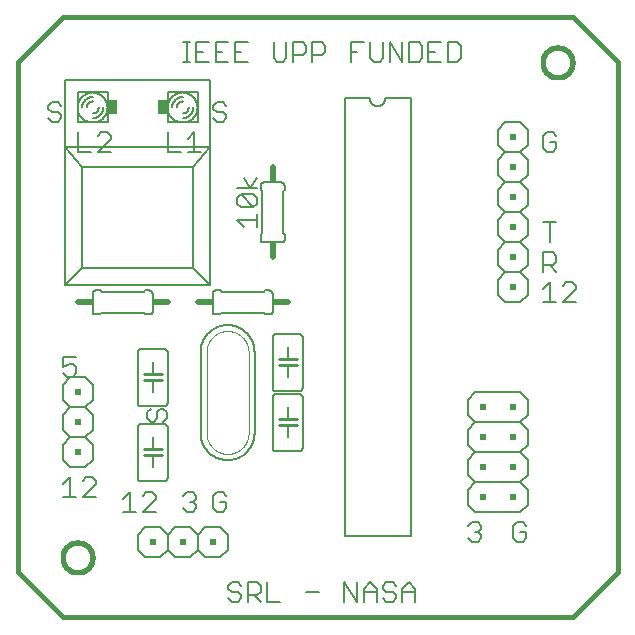
<source format=gto>
G75*
%MOIN*%
%OFA0B0*%
%FSLAX25Y25*%
%IPPOS*%
%LPD*%
%AMOC8*
5,1,8,0,0,1.08239X$1,22.5*
%
%ADD10C,0.00600*%
%ADD11C,0.01600*%
%ADD12C,0.01000*%
%ADD13R,0.02000X0.02000*%
%ADD14R,0.03000X0.05000*%
%ADD15R,0.00500X0.05000*%
%ADD16C,0.00200*%
%ADD17C,0.02000*%
%ADD18R,0.02000X0.01500*%
%ADD19R,0.01500X0.02000*%
%ADD20C,0.00800*%
D10*
X0221000Y0113500D02*
X0223500Y0111000D01*
X0228500Y0111000D01*
X0231000Y0113500D01*
X0231000Y0118500D01*
X0228500Y0121000D01*
X0231000Y0123500D01*
X0231000Y0128500D01*
X0228500Y0131000D01*
X0231000Y0133500D01*
X0231000Y0138500D01*
X0228500Y0141000D01*
X0223500Y0141000D01*
X0221000Y0138500D01*
X0221000Y0133500D01*
X0223500Y0131000D01*
X0228500Y0131000D01*
X0223500Y0131000D02*
X0221000Y0128500D01*
X0221000Y0123500D01*
X0223500Y0121000D01*
X0228500Y0121000D01*
X0223500Y0121000D02*
X0221000Y0118500D01*
X0221000Y0113500D01*
X0223435Y0107705D02*
X0223435Y0101300D01*
X0221300Y0101300D02*
X0225570Y0101300D01*
X0227745Y0101300D02*
X0232016Y0105570D01*
X0232016Y0106638D01*
X0230948Y0107705D01*
X0228813Y0107705D01*
X0227745Y0106638D01*
X0223435Y0107705D02*
X0221300Y0105570D01*
X0227745Y0101300D02*
X0232016Y0101300D01*
X0241300Y0100570D02*
X0243435Y0102705D01*
X0243435Y0096300D01*
X0241300Y0096300D02*
X0245570Y0096300D01*
X0247745Y0096300D02*
X0252016Y0100570D01*
X0252016Y0101638D01*
X0250948Y0102705D01*
X0248813Y0102705D01*
X0247745Y0101638D01*
X0247000Y0106500D02*
X0255000Y0106500D01*
X0255060Y0106502D01*
X0255121Y0106507D01*
X0255180Y0106516D01*
X0255239Y0106529D01*
X0255298Y0106545D01*
X0255355Y0106565D01*
X0255410Y0106588D01*
X0255465Y0106615D01*
X0255517Y0106644D01*
X0255568Y0106677D01*
X0255617Y0106713D01*
X0255663Y0106751D01*
X0255707Y0106793D01*
X0255749Y0106837D01*
X0255787Y0106883D01*
X0255823Y0106932D01*
X0255856Y0106983D01*
X0255885Y0107035D01*
X0255912Y0107090D01*
X0255935Y0107145D01*
X0255955Y0107202D01*
X0255971Y0107261D01*
X0255984Y0107320D01*
X0255993Y0107379D01*
X0255998Y0107440D01*
X0256000Y0107500D01*
X0256000Y0124500D01*
X0255998Y0124560D01*
X0255993Y0124621D01*
X0255984Y0124680D01*
X0255971Y0124739D01*
X0255955Y0124798D01*
X0255935Y0124855D01*
X0255912Y0124910D01*
X0255885Y0124965D01*
X0255856Y0125017D01*
X0255823Y0125068D01*
X0255787Y0125117D01*
X0255749Y0125163D01*
X0255707Y0125207D01*
X0255663Y0125249D01*
X0255617Y0125287D01*
X0255568Y0125323D01*
X0255517Y0125356D01*
X0255465Y0125385D01*
X0255410Y0125412D01*
X0255355Y0125435D01*
X0255298Y0125455D01*
X0255239Y0125471D01*
X0255180Y0125484D01*
X0255121Y0125493D01*
X0255060Y0125498D01*
X0255000Y0125500D01*
X0247000Y0125500D01*
X0246940Y0125498D01*
X0246879Y0125493D01*
X0246820Y0125484D01*
X0246761Y0125471D01*
X0246702Y0125455D01*
X0246645Y0125435D01*
X0246590Y0125412D01*
X0246535Y0125385D01*
X0246483Y0125356D01*
X0246432Y0125323D01*
X0246383Y0125287D01*
X0246337Y0125249D01*
X0246293Y0125207D01*
X0246251Y0125163D01*
X0246213Y0125117D01*
X0246177Y0125068D01*
X0246144Y0125017D01*
X0246115Y0124965D01*
X0246088Y0124910D01*
X0246065Y0124855D01*
X0246045Y0124798D01*
X0246029Y0124739D01*
X0246016Y0124680D01*
X0246007Y0124621D01*
X0246002Y0124560D01*
X0246000Y0124500D01*
X0246000Y0107500D01*
X0246002Y0107440D01*
X0246007Y0107379D01*
X0246016Y0107320D01*
X0246029Y0107261D01*
X0246045Y0107202D01*
X0246065Y0107145D01*
X0246088Y0107090D01*
X0246115Y0107035D01*
X0246144Y0106983D01*
X0246177Y0106932D01*
X0246213Y0106883D01*
X0246251Y0106837D01*
X0246293Y0106793D01*
X0246337Y0106751D01*
X0246383Y0106713D01*
X0246432Y0106677D01*
X0246483Y0106644D01*
X0246535Y0106615D01*
X0246590Y0106588D01*
X0246645Y0106565D01*
X0246702Y0106545D01*
X0246761Y0106529D01*
X0246820Y0106516D01*
X0246879Y0106507D01*
X0246940Y0106502D01*
X0247000Y0106500D01*
X0251000Y0111000D02*
X0251000Y0114500D01*
X0251000Y0115000D01*
X0251000Y0117000D02*
X0251000Y0117500D01*
X0251000Y0121000D01*
X0251430Y0126300D02*
X0252497Y0127368D01*
X0252497Y0129503D01*
X0253565Y0130570D01*
X0254632Y0130570D01*
X0255700Y0129503D01*
X0255700Y0127368D01*
X0254632Y0126300D01*
X0251430Y0126300D02*
X0250362Y0126300D01*
X0249295Y0127368D01*
X0249295Y0129503D01*
X0250362Y0130570D01*
X0247000Y0131500D02*
X0255000Y0131500D01*
X0255060Y0131502D01*
X0255121Y0131507D01*
X0255180Y0131516D01*
X0255239Y0131529D01*
X0255298Y0131545D01*
X0255355Y0131565D01*
X0255410Y0131588D01*
X0255465Y0131615D01*
X0255517Y0131644D01*
X0255568Y0131677D01*
X0255617Y0131713D01*
X0255663Y0131751D01*
X0255707Y0131793D01*
X0255749Y0131837D01*
X0255787Y0131883D01*
X0255823Y0131932D01*
X0255856Y0131983D01*
X0255885Y0132035D01*
X0255912Y0132090D01*
X0255935Y0132145D01*
X0255955Y0132202D01*
X0255971Y0132261D01*
X0255984Y0132320D01*
X0255993Y0132379D01*
X0255998Y0132440D01*
X0256000Y0132500D01*
X0256000Y0149500D01*
X0255998Y0149560D01*
X0255993Y0149621D01*
X0255984Y0149680D01*
X0255971Y0149739D01*
X0255955Y0149798D01*
X0255935Y0149855D01*
X0255912Y0149910D01*
X0255885Y0149965D01*
X0255856Y0150017D01*
X0255823Y0150068D01*
X0255787Y0150117D01*
X0255749Y0150163D01*
X0255707Y0150207D01*
X0255663Y0150249D01*
X0255617Y0150287D01*
X0255568Y0150323D01*
X0255517Y0150356D01*
X0255465Y0150385D01*
X0255410Y0150412D01*
X0255355Y0150435D01*
X0255298Y0150455D01*
X0255239Y0150471D01*
X0255180Y0150484D01*
X0255121Y0150493D01*
X0255060Y0150498D01*
X0255000Y0150500D01*
X0247000Y0150500D01*
X0246940Y0150498D01*
X0246879Y0150493D01*
X0246820Y0150484D01*
X0246761Y0150471D01*
X0246702Y0150455D01*
X0246645Y0150435D01*
X0246590Y0150412D01*
X0246535Y0150385D01*
X0246483Y0150356D01*
X0246432Y0150323D01*
X0246383Y0150287D01*
X0246337Y0150249D01*
X0246293Y0150207D01*
X0246251Y0150163D01*
X0246213Y0150117D01*
X0246177Y0150068D01*
X0246144Y0150017D01*
X0246115Y0149965D01*
X0246088Y0149910D01*
X0246065Y0149855D01*
X0246045Y0149798D01*
X0246029Y0149739D01*
X0246016Y0149680D01*
X0246007Y0149621D01*
X0246002Y0149560D01*
X0246000Y0149500D01*
X0246000Y0132500D01*
X0246002Y0132440D01*
X0246007Y0132379D01*
X0246016Y0132320D01*
X0246029Y0132261D01*
X0246045Y0132202D01*
X0246065Y0132145D01*
X0246088Y0132090D01*
X0246115Y0132035D01*
X0246144Y0131983D01*
X0246177Y0131932D01*
X0246213Y0131883D01*
X0246251Y0131837D01*
X0246293Y0131793D01*
X0246337Y0131751D01*
X0246383Y0131713D01*
X0246432Y0131677D01*
X0246483Y0131644D01*
X0246535Y0131615D01*
X0246590Y0131588D01*
X0246645Y0131565D01*
X0246702Y0131545D01*
X0246761Y0131529D01*
X0246820Y0131516D01*
X0246879Y0131507D01*
X0246940Y0131502D01*
X0247000Y0131500D01*
X0251000Y0136000D02*
X0251000Y0139500D01*
X0251000Y0140000D01*
X0251000Y0142000D02*
X0251000Y0142500D01*
X0251000Y0146000D01*
X0267000Y0149500D02*
X0267000Y0122500D01*
X0267003Y0122281D01*
X0267011Y0122062D01*
X0267024Y0121843D01*
X0267043Y0121625D01*
X0267067Y0121407D01*
X0267096Y0121190D01*
X0267130Y0120973D01*
X0267170Y0120758D01*
X0267215Y0120543D01*
X0267266Y0120330D01*
X0267321Y0120118D01*
X0267382Y0119907D01*
X0267447Y0119698D01*
X0267518Y0119491D01*
X0267594Y0119285D01*
X0267675Y0119081D01*
X0267760Y0118879D01*
X0267851Y0118680D01*
X0267946Y0118483D01*
X0268047Y0118288D01*
X0268152Y0118095D01*
X0268261Y0117905D01*
X0268375Y0117718D01*
X0268494Y0117534D01*
X0268617Y0117353D01*
X0268745Y0117175D01*
X0268877Y0116999D01*
X0269013Y0116828D01*
X0269153Y0116659D01*
X0269297Y0116494D01*
X0269445Y0116333D01*
X0269597Y0116175D01*
X0269753Y0116021D01*
X0269913Y0115871D01*
X0270076Y0115724D01*
X0270243Y0115582D01*
X0270413Y0115444D01*
X0270587Y0115310D01*
X0270763Y0115180D01*
X0270943Y0115055D01*
X0271126Y0114934D01*
X0271312Y0114818D01*
X0271500Y0114706D01*
X0271691Y0114599D01*
X0271885Y0114496D01*
X0272081Y0114398D01*
X0272279Y0114305D01*
X0272480Y0114217D01*
X0272683Y0114134D01*
X0272888Y0114055D01*
X0273094Y0113982D01*
X0273302Y0113914D01*
X0273512Y0113851D01*
X0273724Y0113793D01*
X0273936Y0113740D01*
X0274150Y0113692D01*
X0274365Y0113650D01*
X0274581Y0113613D01*
X0274798Y0113581D01*
X0275016Y0113554D01*
X0275234Y0113533D01*
X0275452Y0113517D01*
X0275671Y0113506D01*
X0275890Y0113501D01*
X0276110Y0113501D01*
X0276329Y0113506D01*
X0276548Y0113517D01*
X0276766Y0113533D01*
X0276984Y0113554D01*
X0277202Y0113581D01*
X0277419Y0113613D01*
X0277635Y0113650D01*
X0277850Y0113692D01*
X0278064Y0113740D01*
X0278276Y0113793D01*
X0278488Y0113851D01*
X0278698Y0113914D01*
X0278906Y0113982D01*
X0279112Y0114055D01*
X0279317Y0114134D01*
X0279520Y0114217D01*
X0279721Y0114305D01*
X0279919Y0114398D01*
X0280115Y0114496D01*
X0280309Y0114599D01*
X0280500Y0114706D01*
X0280688Y0114818D01*
X0280874Y0114934D01*
X0281057Y0115055D01*
X0281237Y0115180D01*
X0281413Y0115310D01*
X0281587Y0115444D01*
X0281757Y0115582D01*
X0281924Y0115724D01*
X0282087Y0115871D01*
X0282247Y0116021D01*
X0282403Y0116175D01*
X0282555Y0116333D01*
X0282703Y0116494D01*
X0282847Y0116659D01*
X0282987Y0116828D01*
X0283123Y0116999D01*
X0283255Y0117175D01*
X0283383Y0117353D01*
X0283506Y0117534D01*
X0283625Y0117718D01*
X0283739Y0117905D01*
X0283848Y0118095D01*
X0283953Y0118288D01*
X0284054Y0118483D01*
X0284149Y0118680D01*
X0284240Y0118879D01*
X0284325Y0119081D01*
X0284406Y0119285D01*
X0284482Y0119491D01*
X0284553Y0119698D01*
X0284618Y0119907D01*
X0284679Y0120118D01*
X0284734Y0120330D01*
X0284785Y0120543D01*
X0284830Y0120758D01*
X0284870Y0120973D01*
X0284904Y0121190D01*
X0284933Y0121407D01*
X0284957Y0121625D01*
X0284976Y0121843D01*
X0284989Y0122062D01*
X0284997Y0122281D01*
X0285000Y0122500D01*
X0285000Y0149500D01*
X0296000Y0151000D02*
X0296000Y0147500D01*
X0296000Y0147000D01*
X0296000Y0145000D02*
X0296000Y0144500D01*
X0296000Y0141000D01*
X0292000Y0136500D02*
X0291940Y0136502D01*
X0291879Y0136507D01*
X0291820Y0136516D01*
X0291761Y0136529D01*
X0291702Y0136545D01*
X0291645Y0136565D01*
X0291590Y0136588D01*
X0291535Y0136615D01*
X0291483Y0136644D01*
X0291432Y0136677D01*
X0291383Y0136713D01*
X0291337Y0136751D01*
X0291293Y0136793D01*
X0291251Y0136837D01*
X0291213Y0136883D01*
X0291177Y0136932D01*
X0291144Y0136983D01*
X0291115Y0137035D01*
X0291088Y0137090D01*
X0291065Y0137145D01*
X0291045Y0137202D01*
X0291029Y0137261D01*
X0291016Y0137320D01*
X0291007Y0137379D01*
X0291002Y0137440D01*
X0291000Y0137500D01*
X0291000Y0154500D01*
X0291002Y0154560D01*
X0291007Y0154621D01*
X0291016Y0154680D01*
X0291029Y0154739D01*
X0291045Y0154798D01*
X0291065Y0154855D01*
X0291088Y0154910D01*
X0291115Y0154965D01*
X0291144Y0155017D01*
X0291177Y0155068D01*
X0291213Y0155117D01*
X0291251Y0155163D01*
X0291293Y0155207D01*
X0291337Y0155249D01*
X0291383Y0155287D01*
X0291432Y0155323D01*
X0291483Y0155356D01*
X0291535Y0155385D01*
X0291590Y0155412D01*
X0291645Y0155435D01*
X0291702Y0155455D01*
X0291761Y0155471D01*
X0291820Y0155484D01*
X0291879Y0155493D01*
X0291940Y0155498D01*
X0292000Y0155500D01*
X0300000Y0155500D01*
X0300060Y0155498D01*
X0300121Y0155493D01*
X0300180Y0155484D01*
X0300239Y0155471D01*
X0300298Y0155455D01*
X0300355Y0155435D01*
X0300410Y0155412D01*
X0300465Y0155385D01*
X0300517Y0155356D01*
X0300568Y0155323D01*
X0300617Y0155287D01*
X0300663Y0155249D01*
X0300707Y0155207D01*
X0300749Y0155163D01*
X0300787Y0155117D01*
X0300823Y0155068D01*
X0300856Y0155017D01*
X0300885Y0154965D01*
X0300912Y0154910D01*
X0300935Y0154855D01*
X0300955Y0154798D01*
X0300971Y0154739D01*
X0300984Y0154680D01*
X0300993Y0154621D01*
X0300998Y0154560D01*
X0301000Y0154500D01*
X0301000Y0137500D01*
X0300998Y0137440D01*
X0300993Y0137379D01*
X0300984Y0137320D01*
X0300971Y0137261D01*
X0300955Y0137202D01*
X0300935Y0137145D01*
X0300912Y0137090D01*
X0300885Y0137035D01*
X0300856Y0136983D01*
X0300823Y0136932D01*
X0300787Y0136883D01*
X0300749Y0136837D01*
X0300707Y0136793D01*
X0300663Y0136751D01*
X0300617Y0136713D01*
X0300568Y0136677D01*
X0300517Y0136644D01*
X0300465Y0136615D01*
X0300410Y0136588D01*
X0300355Y0136565D01*
X0300298Y0136545D01*
X0300239Y0136529D01*
X0300180Y0136516D01*
X0300121Y0136507D01*
X0300060Y0136502D01*
X0300000Y0136500D01*
X0292000Y0136500D01*
X0292000Y0135500D02*
X0300000Y0135500D01*
X0300060Y0135498D01*
X0300121Y0135493D01*
X0300180Y0135484D01*
X0300239Y0135471D01*
X0300298Y0135455D01*
X0300355Y0135435D01*
X0300410Y0135412D01*
X0300465Y0135385D01*
X0300517Y0135356D01*
X0300568Y0135323D01*
X0300617Y0135287D01*
X0300663Y0135249D01*
X0300707Y0135207D01*
X0300749Y0135163D01*
X0300787Y0135117D01*
X0300823Y0135068D01*
X0300856Y0135017D01*
X0300885Y0134965D01*
X0300912Y0134910D01*
X0300935Y0134855D01*
X0300955Y0134798D01*
X0300971Y0134739D01*
X0300984Y0134680D01*
X0300993Y0134621D01*
X0300998Y0134560D01*
X0301000Y0134500D01*
X0301000Y0117500D01*
X0300998Y0117440D01*
X0300993Y0117379D01*
X0300984Y0117320D01*
X0300971Y0117261D01*
X0300955Y0117202D01*
X0300935Y0117145D01*
X0300912Y0117090D01*
X0300885Y0117035D01*
X0300856Y0116983D01*
X0300823Y0116932D01*
X0300787Y0116883D01*
X0300749Y0116837D01*
X0300707Y0116793D01*
X0300663Y0116751D01*
X0300617Y0116713D01*
X0300568Y0116677D01*
X0300517Y0116644D01*
X0300465Y0116615D01*
X0300410Y0116588D01*
X0300355Y0116565D01*
X0300298Y0116545D01*
X0300239Y0116529D01*
X0300180Y0116516D01*
X0300121Y0116507D01*
X0300060Y0116502D01*
X0300000Y0116500D01*
X0292000Y0116500D01*
X0291940Y0116502D01*
X0291879Y0116507D01*
X0291820Y0116516D01*
X0291761Y0116529D01*
X0291702Y0116545D01*
X0291645Y0116565D01*
X0291590Y0116588D01*
X0291535Y0116615D01*
X0291483Y0116644D01*
X0291432Y0116677D01*
X0291383Y0116713D01*
X0291337Y0116751D01*
X0291293Y0116793D01*
X0291251Y0116837D01*
X0291213Y0116883D01*
X0291177Y0116932D01*
X0291144Y0116983D01*
X0291115Y0117035D01*
X0291088Y0117090D01*
X0291065Y0117145D01*
X0291045Y0117202D01*
X0291029Y0117261D01*
X0291016Y0117320D01*
X0291007Y0117379D01*
X0291002Y0117440D01*
X0291000Y0117500D01*
X0291000Y0134500D01*
X0291002Y0134560D01*
X0291007Y0134621D01*
X0291016Y0134680D01*
X0291029Y0134739D01*
X0291045Y0134798D01*
X0291065Y0134855D01*
X0291088Y0134910D01*
X0291115Y0134965D01*
X0291144Y0135017D01*
X0291177Y0135068D01*
X0291213Y0135117D01*
X0291251Y0135163D01*
X0291293Y0135207D01*
X0291337Y0135249D01*
X0291383Y0135287D01*
X0291432Y0135323D01*
X0291483Y0135356D01*
X0291535Y0135385D01*
X0291590Y0135412D01*
X0291645Y0135435D01*
X0291702Y0135455D01*
X0291761Y0135471D01*
X0291820Y0135484D01*
X0291879Y0135493D01*
X0291940Y0135498D01*
X0292000Y0135500D01*
X0296000Y0131000D02*
X0296000Y0127500D01*
X0296000Y0127000D01*
X0296000Y0125000D02*
X0296000Y0124500D01*
X0296000Y0121000D01*
X0275570Y0101638D02*
X0274503Y0102705D01*
X0272368Y0102705D01*
X0271300Y0101638D01*
X0271300Y0097368D01*
X0272368Y0096300D01*
X0274503Y0096300D01*
X0275570Y0097368D01*
X0275570Y0099503D01*
X0273435Y0099503D01*
X0265570Y0100570D02*
X0264503Y0099503D01*
X0265570Y0098435D01*
X0265570Y0097368D01*
X0264503Y0096300D01*
X0262368Y0096300D01*
X0261300Y0097368D01*
X0263435Y0099503D02*
X0264503Y0099503D01*
X0265570Y0100570D02*
X0265570Y0101638D01*
X0264503Y0102705D01*
X0262368Y0102705D01*
X0261300Y0101638D01*
X0252016Y0096300D02*
X0247745Y0096300D01*
X0248500Y0091000D02*
X0246000Y0088500D01*
X0246000Y0083500D01*
X0248500Y0081000D01*
X0253500Y0081000D01*
X0256000Y0083500D01*
X0258500Y0081000D01*
X0263500Y0081000D01*
X0266000Y0083500D01*
X0268500Y0081000D01*
X0273500Y0081000D01*
X0276000Y0083500D01*
X0276000Y0088500D01*
X0273500Y0091000D01*
X0268500Y0091000D01*
X0266000Y0088500D01*
X0266000Y0083500D01*
X0266000Y0088500D02*
X0263500Y0091000D01*
X0258500Y0091000D01*
X0256000Y0088500D01*
X0256000Y0083500D01*
X0256000Y0088500D02*
X0253500Y0091000D01*
X0248500Y0091000D01*
X0276300Y0071638D02*
X0276300Y0070570D01*
X0277368Y0069503D01*
X0279503Y0069503D01*
X0280570Y0068435D01*
X0280570Y0067368D01*
X0279503Y0066300D01*
X0277368Y0066300D01*
X0276300Y0067368D01*
X0276300Y0071638D02*
X0277368Y0072705D01*
X0279503Y0072705D01*
X0280570Y0071638D01*
X0282745Y0072705D02*
X0285948Y0072705D01*
X0287016Y0071638D01*
X0287016Y0069503D01*
X0285948Y0068435D01*
X0282745Y0068435D01*
X0282745Y0066300D02*
X0282745Y0072705D01*
X0284881Y0068435D02*
X0287016Y0066300D01*
X0289191Y0066300D02*
X0293461Y0066300D01*
X0289191Y0066300D02*
X0289191Y0072705D01*
X0302082Y0069503D02*
X0306352Y0069503D01*
X0314973Y0066300D02*
X0314973Y0072705D01*
X0319243Y0066300D01*
X0319243Y0072705D01*
X0321418Y0070570D02*
X0323554Y0072705D01*
X0325689Y0070570D01*
X0325689Y0066300D01*
X0327864Y0067368D02*
X0328932Y0066300D01*
X0331067Y0066300D01*
X0332134Y0067368D01*
X0332134Y0068435D01*
X0331067Y0069503D01*
X0328932Y0069503D01*
X0327864Y0070570D01*
X0327864Y0071638D01*
X0328932Y0072705D01*
X0331067Y0072705D01*
X0332134Y0071638D01*
X0334309Y0070570D02*
X0336445Y0072705D01*
X0338580Y0070570D01*
X0338580Y0066300D01*
X0338580Y0069503D02*
X0334309Y0069503D01*
X0334309Y0070570D02*
X0334309Y0066300D01*
X0325689Y0069503D02*
X0321418Y0069503D01*
X0321418Y0070570D02*
X0321418Y0066300D01*
X0315000Y0088000D02*
X0337000Y0088000D01*
X0337000Y0234000D01*
X0328500Y0234000D01*
X0328498Y0233902D01*
X0328492Y0233804D01*
X0328483Y0233706D01*
X0328469Y0233609D01*
X0328452Y0233512D01*
X0328431Y0233416D01*
X0328406Y0233321D01*
X0328378Y0233227D01*
X0328345Y0233135D01*
X0328310Y0233043D01*
X0328270Y0232953D01*
X0328228Y0232865D01*
X0328181Y0232778D01*
X0328132Y0232694D01*
X0328079Y0232611D01*
X0328023Y0232531D01*
X0327963Y0232452D01*
X0327901Y0232376D01*
X0327836Y0232303D01*
X0327768Y0232232D01*
X0327697Y0232164D01*
X0327624Y0232099D01*
X0327548Y0232037D01*
X0327469Y0231977D01*
X0327389Y0231921D01*
X0327306Y0231868D01*
X0327222Y0231819D01*
X0327135Y0231772D01*
X0327047Y0231730D01*
X0326957Y0231690D01*
X0326865Y0231655D01*
X0326773Y0231622D01*
X0326679Y0231594D01*
X0326584Y0231569D01*
X0326488Y0231548D01*
X0326391Y0231531D01*
X0326294Y0231517D01*
X0326196Y0231508D01*
X0326098Y0231502D01*
X0326000Y0231500D01*
X0325902Y0231502D01*
X0325804Y0231508D01*
X0325706Y0231517D01*
X0325609Y0231531D01*
X0325512Y0231548D01*
X0325416Y0231569D01*
X0325321Y0231594D01*
X0325227Y0231622D01*
X0325135Y0231655D01*
X0325043Y0231690D01*
X0324953Y0231730D01*
X0324865Y0231772D01*
X0324778Y0231819D01*
X0324694Y0231868D01*
X0324611Y0231921D01*
X0324531Y0231977D01*
X0324452Y0232037D01*
X0324376Y0232099D01*
X0324303Y0232164D01*
X0324232Y0232232D01*
X0324164Y0232303D01*
X0324099Y0232376D01*
X0324037Y0232452D01*
X0323977Y0232531D01*
X0323921Y0232611D01*
X0323868Y0232694D01*
X0323819Y0232778D01*
X0323772Y0232865D01*
X0323730Y0232953D01*
X0323690Y0233043D01*
X0323655Y0233135D01*
X0323622Y0233227D01*
X0323594Y0233321D01*
X0323569Y0233416D01*
X0323548Y0233512D01*
X0323531Y0233609D01*
X0323517Y0233706D01*
X0323508Y0233804D01*
X0323502Y0233902D01*
X0323500Y0234000D01*
X0315000Y0234000D01*
X0315000Y0088000D01*
X0356300Y0087368D02*
X0357368Y0086300D01*
X0359503Y0086300D01*
X0360570Y0087368D01*
X0360570Y0088435D01*
X0359503Y0089503D01*
X0358435Y0089503D01*
X0359503Y0089503D02*
X0360570Y0090570D01*
X0360570Y0091638D01*
X0359503Y0092705D01*
X0357368Y0092705D01*
X0356300Y0091638D01*
X0358500Y0096000D02*
X0356000Y0098500D01*
X0356000Y0103500D01*
X0358500Y0106000D01*
X0373500Y0106000D01*
X0376000Y0108500D01*
X0376000Y0113500D01*
X0373500Y0116000D01*
X0358500Y0116000D01*
X0356000Y0118500D01*
X0356000Y0123500D01*
X0358500Y0126000D01*
X0356000Y0128500D01*
X0356000Y0133500D01*
X0358500Y0136000D01*
X0373500Y0136000D01*
X0376000Y0133500D01*
X0376000Y0128500D01*
X0373500Y0126000D01*
X0358500Y0126000D01*
X0358500Y0116000D02*
X0356000Y0113500D01*
X0356000Y0108500D01*
X0358500Y0106000D01*
X0358500Y0096000D02*
X0373500Y0096000D01*
X0376000Y0098500D01*
X0376000Y0103500D01*
X0373500Y0106000D01*
X0373500Y0116000D02*
X0376000Y0118500D01*
X0376000Y0123500D01*
X0373500Y0126000D01*
X0374503Y0092705D02*
X0372368Y0092705D01*
X0371300Y0091638D01*
X0371300Y0087368D01*
X0372368Y0086300D01*
X0374503Y0086300D01*
X0375570Y0087368D01*
X0375570Y0089503D01*
X0373435Y0089503D01*
X0375570Y0091638D02*
X0374503Y0092705D01*
X0285000Y0149500D02*
X0284997Y0149719D01*
X0284989Y0149938D01*
X0284976Y0150157D01*
X0284957Y0150375D01*
X0284933Y0150593D01*
X0284904Y0150810D01*
X0284870Y0151027D01*
X0284830Y0151242D01*
X0284785Y0151457D01*
X0284734Y0151670D01*
X0284679Y0151882D01*
X0284618Y0152093D01*
X0284553Y0152302D01*
X0284482Y0152509D01*
X0284406Y0152715D01*
X0284325Y0152919D01*
X0284240Y0153121D01*
X0284149Y0153320D01*
X0284054Y0153517D01*
X0283953Y0153712D01*
X0283848Y0153905D01*
X0283739Y0154095D01*
X0283625Y0154282D01*
X0283506Y0154466D01*
X0283383Y0154647D01*
X0283255Y0154825D01*
X0283123Y0155001D01*
X0282987Y0155172D01*
X0282847Y0155341D01*
X0282703Y0155506D01*
X0282555Y0155667D01*
X0282403Y0155825D01*
X0282247Y0155979D01*
X0282087Y0156129D01*
X0281924Y0156276D01*
X0281757Y0156418D01*
X0281587Y0156556D01*
X0281413Y0156690D01*
X0281237Y0156820D01*
X0281057Y0156945D01*
X0280874Y0157066D01*
X0280688Y0157182D01*
X0280500Y0157294D01*
X0280309Y0157401D01*
X0280115Y0157504D01*
X0279919Y0157602D01*
X0279721Y0157695D01*
X0279520Y0157783D01*
X0279317Y0157866D01*
X0279112Y0157945D01*
X0278906Y0158018D01*
X0278698Y0158086D01*
X0278488Y0158149D01*
X0278276Y0158207D01*
X0278064Y0158260D01*
X0277850Y0158308D01*
X0277635Y0158350D01*
X0277419Y0158387D01*
X0277202Y0158419D01*
X0276984Y0158446D01*
X0276766Y0158467D01*
X0276548Y0158483D01*
X0276329Y0158494D01*
X0276110Y0158499D01*
X0275890Y0158499D01*
X0275671Y0158494D01*
X0275452Y0158483D01*
X0275234Y0158467D01*
X0275016Y0158446D01*
X0274798Y0158419D01*
X0274581Y0158387D01*
X0274365Y0158350D01*
X0274150Y0158308D01*
X0273936Y0158260D01*
X0273724Y0158207D01*
X0273512Y0158149D01*
X0273302Y0158086D01*
X0273094Y0158018D01*
X0272888Y0157945D01*
X0272683Y0157866D01*
X0272480Y0157783D01*
X0272279Y0157695D01*
X0272081Y0157602D01*
X0271885Y0157504D01*
X0271691Y0157401D01*
X0271500Y0157294D01*
X0271312Y0157182D01*
X0271126Y0157066D01*
X0270943Y0156945D01*
X0270763Y0156820D01*
X0270587Y0156690D01*
X0270413Y0156556D01*
X0270243Y0156418D01*
X0270076Y0156276D01*
X0269913Y0156129D01*
X0269753Y0155979D01*
X0269597Y0155825D01*
X0269445Y0155667D01*
X0269297Y0155506D01*
X0269153Y0155341D01*
X0269013Y0155172D01*
X0268877Y0155001D01*
X0268745Y0154825D01*
X0268617Y0154647D01*
X0268494Y0154466D01*
X0268375Y0154282D01*
X0268261Y0154095D01*
X0268152Y0153905D01*
X0268047Y0153712D01*
X0267946Y0153517D01*
X0267851Y0153320D01*
X0267760Y0153121D01*
X0267675Y0152919D01*
X0267594Y0152715D01*
X0267518Y0152509D01*
X0267447Y0152302D01*
X0267382Y0152093D01*
X0267321Y0151882D01*
X0267266Y0151670D01*
X0267215Y0151457D01*
X0267170Y0151242D01*
X0267130Y0151027D01*
X0267096Y0150810D01*
X0267067Y0150593D01*
X0267043Y0150375D01*
X0267024Y0150157D01*
X0267011Y0149938D01*
X0267003Y0149719D01*
X0267000Y0149500D01*
X0272000Y0162000D02*
X0273500Y0162000D01*
X0274000Y0162500D01*
X0288000Y0162500D01*
X0288500Y0162000D01*
X0290000Y0162000D01*
X0290060Y0162002D01*
X0290121Y0162007D01*
X0290180Y0162016D01*
X0290239Y0162029D01*
X0290298Y0162045D01*
X0290355Y0162065D01*
X0290410Y0162088D01*
X0290465Y0162115D01*
X0290517Y0162144D01*
X0290568Y0162177D01*
X0290617Y0162213D01*
X0290663Y0162251D01*
X0290707Y0162293D01*
X0290749Y0162337D01*
X0290787Y0162383D01*
X0290823Y0162432D01*
X0290856Y0162483D01*
X0290885Y0162535D01*
X0290912Y0162590D01*
X0290935Y0162645D01*
X0290955Y0162702D01*
X0290971Y0162761D01*
X0290984Y0162820D01*
X0290993Y0162879D01*
X0290998Y0162940D01*
X0291000Y0163000D01*
X0291000Y0169000D01*
X0290998Y0169060D01*
X0290993Y0169121D01*
X0290984Y0169180D01*
X0290971Y0169239D01*
X0290955Y0169298D01*
X0290935Y0169355D01*
X0290912Y0169410D01*
X0290885Y0169465D01*
X0290856Y0169517D01*
X0290823Y0169568D01*
X0290787Y0169617D01*
X0290749Y0169663D01*
X0290707Y0169707D01*
X0290663Y0169749D01*
X0290617Y0169787D01*
X0290568Y0169823D01*
X0290517Y0169856D01*
X0290465Y0169885D01*
X0290410Y0169912D01*
X0290355Y0169935D01*
X0290298Y0169955D01*
X0290239Y0169971D01*
X0290180Y0169984D01*
X0290121Y0169993D01*
X0290060Y0169998D01*
X0290000Y0170000D01*
X0288500Y0170000D01*
X0288000Y0169500D01*
X0274000Y0169500D01*
X0273500Y0170000D01*
X0272000Y0170000D01*
X0271940Y0169998D01*
X0271879Y0169993D01*
X0271820Y0169984D01*
X0271761Y0169971D01*
X0271702Y0169955D01*
X0271645Y0169935D01*
X0271590Y0169912D01*
X0271535Y0169885D01*
X0271483Y0169856D01*
X0271432Y0169823D01*
X0271383Y0169787D01*
X0271337Y0169749D01*
X0271293Y0169707D01*
X0271251Y0169663D01*
X0271213Y0169617D01*
X0271177Y0169568D01*
X0271144Y0169517D01*
X0271115Y0169465D01*
X0271088Y0169410D01*
X0271065Y0169355D01*
X0271045Y0169298D01*
X0271029Y0169239D01*
X0271016Y0169180D01*
X0271007Y0169121D01*
X0271002Y0169060D01*
X0271000Y0169000D01*
X0271000Y0163000D01*
X0271002Y0162940D01*
X0271007Y0162879D01*
X0271016Y0162820D01*
X0271029Y0162761D01*
X0271045Y0162702D01*
X0271065Y0162645D01*
X0271088Y0162590D01*
X0271115Y0162535D01*
X0271144Y0162483D01*
X0271177Y0162432D01*
X0271213Y0162383D01*
X0271251Y0162337D01*
X0271293Y0162293D01*
X0271337Y0162251D01*
X0271383Y0162213D01*
X0271432Y0162177D01*
X0271483Y0162144D01*
X0271535Y0162115D01*
X0271590Y0162088D01*
X0271645Y0162065D01*
X0271702Y0162045D01*
X0271761Y0162029D01*
X0271820Y0162016D01*
X0271879Y0162007D01*
X0271940Y0162002D01*
X0272000Y0162000D01*
X0251000Y0163000D02*
X0251000Y0169000D01*
X0250998Y0169060D01*
X0250993Y0169121D01*
X0250984Y0169180D01*
X0250971Y0169239D01*
X0250955Y0169298D01*
X0250935Y0169355D01*
X0250912Y0169410D01*
X0250885Y0169465D01*
X0250856Y0169517D01*
X0250823Y0169568D01*
X0250787Y0169617D01*
X0250749Y0169663D01*
X0250707Y0169707D01*
X0250663Y0169749D01*
X0250617Y0169787D01*
X0250568Y0169823D01*
X0250517Y0169856D01*
X0250465Y0169885D01*
X0250410Y0169912D01*
X0250355Y0169935D01*
X0250298Y0169955D01*
X0250239Y0169971D01*
X0250180Y0169984D01*
X0250121Y0169993D01*
X0250060Y0169998D01*
X0250000Y0170000D01*
X0248500Y0170000D01*
X0248000Y0169500D01*
X0234000Y0169500D01*
X0233500Y0170000D01*
X0232000Y0170000D01*
X0231940Y0169998D01*
X0231879Y0169993D01*
X0231820Y0169984D01*
X0231761Y0169971D01*
X0231702Y0169955D01*
X0231645Y0169935D01*
X0231590Y0169912D01*
X0231535Y0169885D01*
X0231483Y0169856D01*
X0231432Y0169823D01*
X0231383Y0169787D01*
X0231337Y0169749D01*
X0231293Y0169707D01*
X0231251Y0169663D01*
X0231213Y0169617D01*
X0231177Y0169568D01*
X0231144Y0169517D01*
X0231115Y0169465D01*
X0231088Y0169410D01*
X0231065Y0169355D01*
X0231045Y0169298D01*
X0231029Y0169239D01*
X0231016Y0169180D01*
X0231007Y0169121D01*
X0231002Y0169060D01*
X0231000Y0169000D01*
X0231000Y0163000D01*
X0231002Y0162940D01*
X0231007Y0162879D01*
X0231016Y0162820D01*
X0231029Y0162761D01*
X0231045Y0162702D01*
X0231065Y0162645D01*
X0231088Y0162590D01*
X0231115Y0162535D01*
X0231144Y0162483D01*
X0231177Y0162432D01*
X0231213Y0162383D01*
X0231251Y0162337D01*
X0231293Y0162293D01*
X0231337Y0162251D01*
X0231383Y0162213D01*
X0231432Y0162177D01*
X0231483Y0162144D01*
X0231535Y0162115D01*
X0231590Y0162088D01*
X0231645Y0162065D01*
X0231702Y0162045D01*
X0231761Y0162029D01*
X0231820Y0162016D01*
X0231879Y0162007D01*
X0231940Y0162002D01*
X0232000Y0162000D01*
X0233500Y0162000D01*
X0234000Y0162500D01*
X0248000Y0162500D01*
X0248500Y0162000D01*
X0250000Y0162000D01*
X0250060Y0162002D01*
X0250121Y0162007D01*
X0250180Y0162016D01*
X0250239Y0162029D01*
X0250298Y0162045D01*
X0250355Y0162065D01*
X0250410Y0162088D01*
X0250465Y0162115D01*
X0250517Y0162144D01*
X0250568Y0162177D01*
X0250617Y0162213D01*
X0250663Y0162251D01*
X0250707Y0162293D01*
X0250749Y0162337D01*
X0250787Y0162383D01*
X0250823Y0162432D01*
X0250856Y0162483D01*
X0250885Y0162535D01*
X0250912Y0162590D01*
X0250935Y0162645D01*
X0250955Y0162702D01*
X0250971Y0162761D01*
X0250984Y0162820D01*
X0250993Y0162879D01*
X0250998Y0162940D01*
X0251000Y0163000D01*
X0225570Y0147705D02*
X0221300Y0147705D01*
X0221300Y0144503D01*
X0223435Y0145570D01*
X0224503Y0145570D01*
X0225570Y0144503D01*
X0225570Y0142368D01*
X0224503Y0141300D01*
X0222368Y0141300D01*
X0221300Y0142368D01*
X0287000Y0187000D02*
X0287000Y0188500D01*
X0287500Y0189000D01*
X0287500Y0203000D01*
X0287000Y0203500D01*
X0287000Y0205000D01*
X0287002Y0205060D01*
X0287007Y0205121D01*
X0287016Y0205180D01*
X0287029Y0205239D01*
X0287045Y0205298D01*
X0287065Y0205355D01*
X0287088Y0205410D01*
X0287115Y0205465D01*
X0287144Y0205517D01*
X0287177Y0205568D01*
X0287213Y0205617D01*
X0287251Y0205663D01*
X0287293Y0205707D01*
X0287337Y0205749D01*
X0287383Y0205787D01*
X0287432Y0205823D01*
X0287483Y0205856D01*
X0287535Y0205885D01*
X0287590Y0205912D01*
X0287645Y0205935D01*
X0287702Y0205955D01*
X0287761Y0205971D01*
X0287820Y0205984D01*
X0287879Y0205993D01*
X0287940Y0205998D01*
X0288000Y0206000D01*
X0294000Y0206000D01*
X0294060Y0205998D01*
X0294121Y0205993D01*
X0294180Y0205984D01*
X0294239Y0205971D01*
X0294298Y0205955D01*
X0294355Y0205935D01*
X0294410Y0205912D01*
X0294465Y0205885D01*
X0294517Y0205856D01*
X0294568Y0205823D01*
X0294617Y0205787D01*
X0294663Y0205749D01*
X0294707Y0205707D01*
X0294749Y0205663D01*
X0294787Y0205617D01*
X0294823Y0205568D01*
X0294856Y0205517D01*
X0294885Y0205465D01*
X0294912Y0205410D01*
X0294935Y0205355D01*
X0294955Y0205298D01*
X0294971Y0205239D01*
X0294984Y0205180D01*
X0294993Y0205121D01*
X0294998Y0205060D01*
X0295000Y0205000D01*
X0295000Y0203500D01*
X0294500Y0203000D01*
X0294500Y0189000D01*
X0295000Y0188500D01*
X0295000Y0187000D01*
X0294998Y0186940D01*
X0294993Y0186879D01*
X0294984Y0186820D01*
X0294971Y0186761D01*
X0294955Y0186702D01*
X0294935Y0186645D01*
X0294912Y0186590D01*
X0294885Y0186535D01*
X0294856Y0186483D01*
X0294823Y0186432D01*
X0294787Y0186383D01*
X0294749Y0186337D01*
X0294707Y0186293D01*
X0294663Y0186251D01*
X0294617Y0186213D01*
X0294568Y0186177D01*
X0294517Y0186144D01*
X0294465Y0186115D01*
X0294410Y0186088D01*
X0294355Y0186065D01*
X0294298Y0186045D01*
X0294239Y0186029D01*
X0294180Y0186016D01*
X0294121Y0186007D01*
X0294060Y0186002D01*
X0294000Y0186000D01*
X0288000Y0186000D01*
X0287940Y0186002D01*
X0287879Y0186007D01*
X0287820Y0186016D01*
X0287761Y0186029D01*
X0287702Y0186045D01*
X0287645Y0186065D01*
X0287590Y0186088D01*
X0287535Y0186115D01*
X0287483Y0186144D01*
X0287432Y0186177D01*
X0287383Y0186213D01*
X0287337Y0186251D01*
X0287293Y0186293D01*
X0287251Y0186337D01*
X0287213Y0186383D01*
X0287177Y0186432D01*
X0287144Y0186483D01*
X0287115Y0186535D01*
X0287088Y0186590D01*
X0287065Y0186645D01*
X0287045Y0186702D01*
X0287029Y0186761D01*
X0287016Y0186820D01*
X0287007Y0186879D01*
X0287002Y0186940D01*
X0287000Y0187000D01*
X0285700Y0191300D02*
X0285700Y0195570D01*
X0285700Y0193435D02*
X0279295Y0193435D01*
X0281430Y0191300D01*
X0280362Y0197745D02*
X0279295Y0198813D01*
X0279295Y0200948D01*
X0280362Y0202016D01*
X0284632Y0197745D01*
X0285700Y0198813D01*
X0285700Y0200948D01*
X0284632Y0202016D01*
X0280362Y0202016D01*
X0279295Y0204191D02*
X0285700Y0204191D01*
X0283565Y0204191D02*
X0281430Y0207394D01*
X0283565Y0204191D02*
X0285700Y0207394D01*
X0284632Y0197745D02*
X0280362Y0197745D01*
X0267016Y0216300D02*
X0262745Y0216300D01*
X0264881Y0216300D02*
X0264881Y0222705D01*
X0262745Y0220570D01*
X0260570Y0216300D02*
X0256300Y0216300D01*
X0256300Y0222705D01*
X0256000Y0226000D02*
X0256000Y0227500D01*
X0256000Y0231000D01*
X0256000Y0234500D01*
X0256000Y0236000D01*
X0261000Y0236000D01*
X0266000Y0236000D01*
X0266000Y0234500D01*
X0266000Y0231000D01*
X0266000Y0227500D01*
X0266000Y0226000D01*
X0261000Y0226000D01*
X0256000Y0226000D01*
X0257159Y0227799D02*
X0257071Y0227907D01*
X0256987Y0228018D01*
X0256906Y0228130D01*
X0256827Y0228245D01*
X0256752Y0228362D01*
X0256681Y0228481D01*
X0256612Y0228602D01*
X0256548Y0228725D01*
X0256486Y0228850D01*
X0256428Y0228976D01*
X0256374Y0229104D01*
X0256323Y0229233D01*
X0256275Y0229364D01*
X0256232Y0229496D01*
X0256192Y0229629D01*
X0256156Y0229763D01*
X0256123Y0229898D01*
X0256094Y0230034D01*
X0256069Y0230170D01*
X0256048Y0230308D01*
X0256031Y0230446D01*
X0256017Y0230584D01*
X0256008Y0230723D01*
X0256002Y0230861D01*
X0256000Y0231000D01*
X0257096Y0234124D02*
X0257185Y0234232D01*
X0257277Y0234337D01*
X0257372Y0234440D01*
X0257469Y0234540D01*
X0257570Y0234638D01*
X0257673Y0234732D01*
X0257779Y0234824D01*
X0257887Y0234913D01*
X0257998Y0234998D01*
X0258111Y0235081D01*
X0258226Y0235160D01*
X0258344Y0235236D01*
X0258464Y0235309D01*
X0258585Y0235378D01*
X0258709Y0235444D01*
X0258834Y0235507D01*
X0258961Y0235565D01*
X0259090Y0235621D01*
X0259220Y0235672D01*
X0259351Y0235720D01*
X0259484Y0235765D01*
X0259618Y0235805D01*
X0259753Y0235842D01*
X0259889Y0235875D01*
X0260026Y0235904D01*
X0260164Y0235930D01*
X0260302Y0235951D01*
X0260441Y0235969D01*
X0260581Y0235982D01*
X0260720Y0235992D01*
X0260860Y0235998D01*
X0261000Y0236000D01*
X0264796Y0234254D02*
X0264884Y0234149D01*
X0264968Y0234042D01*
X0265050Y0233933D01*
X0265128Y0233821D01*
X0265203Y0233708D01*
X0265276Y0233592D01*
X0265345Y0233475D01*
X0265410Y0233356D01*
X0265473Y0233234D01*
X0265532Y0233112D01*
X0265588Y0232987D01*
X0265640Y0232862D01*
X0265690Y0232735D01*
X0265735Y0232606D01*
X0265777Y0232476D01*
X0265815Y0232346D01*
X0265850Y0232214D01*
X0265882Y0232081D01*
X0265909Y0231948D01*
X0265933Y0231814D01*
X0265954Y0231679D01*
X0265970Y0231544D01*
X0265983Y0231408D01*
X0265993Y0231272D01*
X0265998Y0231136D01*
X0266000Y0231000D01*
X0264904Y0234124D02*
X0264815Y0234232D01*
X0264723Y0234337D01*
X0264628Y0234440D01*
X0264531Y0234540D01*
X0264430Y0234638D01*
X0264327Y0234732D01*
X0264221Y0234824D01*
X0264113Y0234913D01*
X0264002Y0234998D01*
X0263889Y0235081D01*
X0263774Y0235160D01*
X0263656Y0235236D01*
X0263536Y0235309D01*
X0263415Y0235378D01*
X0263291Y0235444D01*
X0263166Y0235507D01*
X0263039Y0235565D01*
X0262910Y0235621D01*
X0262780Y0235672D01*
X0262649Y0235720D01*
X0262516Y0235765D01*
X0262382Y0235805D01*
X0262247Y0235842D01*
X0262111Y0235875D01*
X0261974Y0235904D01*
X0261836Y0235930D01*
X0261698Y0235951D01*
X0261559Y0235969D01*
X0261419Y0235982D01*
X0261280Y0235992D01*
X0261140Y0235998D01*
X0261000Y0236000D01*
X0257237Y0234292D02*
X0257147Y0234187D01*
X0257061Y0234079D01*
X0256977Y0233969D01*
X0256897Y0233857D01*
X0256819Y0233742D01*
X0256745Y0233626D01*
X0256674Y0233507D01*
X0256606Y0233387D01*
X0256542Y0233264D01*
X0256481Y0233140D01*
X0256424Y0233014D01*
X0256370Y0232887D01*
X0256319Y0232758D01*
X0256273Y0232628D01*
X0256229Y0232497D01*
X0256190Y0232365D01*
X0256154Y0232231D01*
X0256122Y0232097D01*
X0256093Y0231961D01*
X0256069Y0231825D01*
X0256048Y0231689D01*
X0256031Y0231552D01*
X0256017Y0231414D01*
X0256008Y0231276D01*
X0256002Y0231138D01*
X0256000Y0231000D01*
X0257096Y0227876D02*
X0257185Y0227768D01*
X0257277Y0227663D01*
X0257372Y0227560D01*
X0257469Y0227460D01*
X0257570Y0227362D01*
X0257673Y0227268D01*
X0257779Y0227176D01*
X0257887Y0227087D01*
X0257998Y0227002D01*
X0258111Y0226919D01*
X0258226Y0226840D01*
X0258344Y0226764D01*
X0258464Y0226691D01*
X0258585Y0226622D01*
X0258709Y0226556D01*
X0258834Y0226493D01*
X0258961Y0226435D01*
X0259090Y0226379D01*
X0259220Y0226328D01*
X0259351Y0226280D01*
X0259484Y0226235D01*
X0259618Y0226195D01*
X0259753Y0226158D01*
X0259889Y0226125D01*
X0260026Y0226096D01*
X0260164Y0226070D01*
X0260302Y0226049D01*
X0260441Y0226031D01*
X0260581Y0226018D01*
X0260720Y0226008D01*
X0260860Y0226002D01*
X0261000Y0226000D01*
X0264796Y0227746D02*
X0264884Y0227851D01*
X0264968Y0227958D01*
X0265050Y0228067D01*
X0265128Y0228179D01*
X0265203Y0228292D01*
X0265276Y0228408D01*
X0265345Y0228525D01*
X0265410Y0228644D01*
X0265473Y0228766D01*
X0265532Y0228888D01*
X0265588Y0229013D01*
X0265640Y0229138D01*
X0265690Y0229265D01*
X0265735Y0229394D01*
X0265777Y0229524D01*
X0265815Y0229654D01*
X0265850Y0229786D01*
X0265882Y0229919D01*
X0265909Y0230052D01*
X0265933Y0230186D01*
X0265954Y0230321D01*
X0265970Y0230456D01*
X0265983Y0230592D01*
X0265993Y0230728D01*
X0265998Y0230864D01*
X0266000Y0231000D01*
X0264904Y0227876D02*
X0264815Y0227768D01*
X0264723Y0227663D01*
X0264628Y0227560D01*
X0264531Y0227460D01*
X0264430Y0227362D01*
X0264327Y0227268D01*
X0264221Y0227176D01*
X0264113Y0227087D01*
X0264002Y0227002D01*
X0263889Y0226919D01*
X0263774Y0226840D01*
X0263656Y0226764D01*
X0263536Y0226691D01*
X0263415Y0226622D01*
X0263291Y0226556D01*
X0263166Y0226493D01*
X0263039Y0226435D01*
X0262910Y0226379D01*
X0262780Y0226328D01*
X0262649Y0226280D01*
X0262516Y0226235D01*
X0262382Y0226195D01*
X0262247Y0226158D01*
X0262111Y0226125D01*
X0261974Y0226096D01*
X0261836Y0226070D01*
X0261698Y0226049D01*
X0261559Y0226031D01*
X0261419Y0226018D01*
X0261280Y0226008D01*
X0261140Y0226002D01*
X0261000Y0226000D01*
X0257500Y0231000D02*
X0257502Y0231117D01*
X0257508Y0231234D01*
X0257518Y0231350D01*
X0257531Y0231467D01*
X0257549Y0231582D01*
X0257570Y0231697D01*
X0257595Y0231811D01*
X0257624Y0231925D01*
X0257657Y0232037D01*
X0257694Y0232148D01*
X0257734Y0232258D01*
X0257778Y0232366D01*
X0257825Y0232473D01*
X0257876Y0232579D01*
X0257931Y0232682D01*
X0257989Y0232784D01*
X0258050Y0232883D01*
X0258114Y0232981D01*
X0258182Y0233076D01*
X0258253Y0233169D01*
X0258327Y0233260D01*
X0258404Y0233348D01*
X0258484Y0233433D01*
X0258567Y0233516D01*
X0258652Y0233596D01*
X0258740Y0233673D01*
X0258831Y0233747D01*
X0258924Y0233818D01*
X0259019Y0233886D01*
X0259117Y0233950D01*
X0259216Y0234011D01*
X0259318Y0234069D01*
X0259421Y0234124D01*
X0259527Y0234175D01*
X0259634Y0234222D01*
X0259742Y0234266D01*
X0259852Y0234306D01*
X0259963Y0234343D01*
X0260075Y0234376D01*
X0260189Y0234405D01*
X0260303Y0234430D01*
X0260418Y0234451D01*
X0260533Y0234469D01*
X0260650Y0234482D01*
X0260766Y0234492D01*
X0260883Y0234498D01*
X0261000Y0234500D01*
X0261000Y0233000D02*
X0260913Y0232998D01*
X0260826Y0232992D01*
X0260739Y0232983D01*
X0260653Y0232970D01*
X0260567Y0232953D01*
X0260482Y0232932D01*
X0260399Y0232907D01*
X0260316Y0232879D01*
X0260235Y0232848D01*
X0260155Y0232813D01*
X0260077Y0232774D01*
X0260000Y0232732D01*
X0259925Y0232687D01*
X0259853Y0232638D01*
X0259782Y0232587D01*
X0259714Y0232532D01*
X0259649Y0232475D01*
X0259586Y0232414D01*
X0259525Y0232351D01*
X0259468Y0232286D01*
X0259413Y0232218D01*
X0259362Y0232147D01*
X0259313Y0232075D01*
X0259268Y0232000D01*
X0259226Y0231923D01*
X0259187Y0231845D01*
X0259152Y0231765D01*
X0259121Y0231684D01*
X0259093Y0231601D01*
X0259068Y0231518D01*
X0259047Y0231433D01*
X0259030Y0231347D01*
X0259017Y0231261D01*
X0259008Y0231174D01*
X0259002Y0231087D01*
X0259000Y0231000D01*
X0261000Y0229000D02*
X0261087Y0229002D01*
X0261174Y0229008D01*
X0261261Y0229017D01*
X0261347Y0229030D01*
X0261433Y0229047D01*
X0261518Y0229068D01*
X0261601Y0229093D01*
X0261684Y0229121D01*
X0261765Y0229152D01*
X0261845Y0229187D01*
X0261923Y0229226D01*
X0262000Y0229268D01*
X0262075Y0229313D01*
X0262147Y0229362D01*
X0262218Y0229413D01*
X0262286Y0229468D01*
X0262351Y0229525D01*
X0262414Y0229586D01*
X0262475Y0229649D01*
X0262532Y0229714D01*
X0262587Y0229782D01*
X0262638Y0229853D01*
X0262687Y0229925D01*
X0262732Y0230000D01*
X0262774Y0230077D01*
X0262813Y0230155D01*
X0262848Y0230235D01*
X0262879Y0230316D01*
X0262907Y0230399D01*
X0262932Y0230482D01*
X0262953Y0230567D01*
X0262970Y0230653D01*
X0262983Y0230739D01*
X0262992Y0230826D01*
X0262998Y0230913D01*
X0263000Y0231000D01*
X0264500Y0231000D02*
X0264498Y0230883D01*
X0264492Y0230766D01*
X0264482Y0230650D01*
X0264469Y0230533D01*
X0264451Y0230418D01*
X0264430Y0230303D01*
X0264405Y0230189D01*
X0264376Y0230075D01*
X0264343Y0229963D01*
X0264306Y0229852D01*
X0264266Y0229742D01*
X0264222Y0229634D01*
X0264175Y0229527D01*
X0264124Y0229421D01*
X0264069Y0229318D01*
X0264011Y0229216D01*
X0263950Y0229117D01*
X0263886Y0229019D01*
X0263818Y0228924D01*
X0263747Y0228831D01*
X0263673Y0228740D01*
X0263596Y0228652D01*
X0263516Y0228567D01*
X0263433Y0228484D01*
X0263348Y0228404D01*
X0263260Y0228327D01*
X0263169Y0228253D01*
X0263076Y0228182D01*
X0262981Y0228114D01*
X0262883Y0228050D01*
X0262784Y0227989D01*
X0262682Y0227931D01*
X0262579Y0227876D01*
X0262473Y0227825D01*
X0262366Y0227778D01*
X0262258Y0227734D01*
X0262148Y0227694D01*
X0262037Y0227657D01*
X0261925Y0227624D01*
X0261811Y0227595D01*
X0261697Y0227570D01*
X0261582Y0227549D01*
X0261467Y0227531D01*
X0261350Y0227518D01*
X0261234Y0227508D01*
X0261117Y0227502D01*
X0261000Y0227500D01*
X0271300Y0227368D02*
X0272368Y0226300D01*
X0274503Y0226300D01*
X0275570Y0227368D01*
X0275570Y0228435D01*
X0274503Y0229503D01*
X0272368Y0229503D01*
X0271300Y0230570D01*
X0271300Y0231638D01*
X0272368Y0232705D01*
X0274503Y0232705D01*
X0275570Y0231638D01*
X0276313Y0246300D02*
X0272042Y0246300D01*
X0272042Y0252705D01*
X0276313Y0252705D01*
X0278488Y0252705D02*
X0278488Y0246300D01*
X0282758Y0246300D01*
X0280623Y0249503D02*
X0278488Y0249503D01*
X0278488Y0252705D02*
X0282758Y0252705D01*
X0274178Y0249503D02*
X0272042Y0249503D01*
X0269867Y0252705D02*
X0265597Y0252705D01*
X0265597Y0246300D01*
X0269867Y0246300D01*
X0267732Y0249503D02*
X0265597Y0249503D01*
X0263435Y0252705D02*
X0261300Y0252705D01*
X0262368Y0252705D02*
X0262368Y0246300D01*
X0263435Y0246300D02*
X0261300Y0246300D01*
X0236000Y0236000D02*
X0236000Y0234500D01*
X0236000Y0231000D01*
X0236000Y0227500D01*
X0236000Y0226000D01*
X0231000Y0226000D01*
X0226000Y0226000D01*
X0226000Y0227500D01*
X0226000Y0231000D01*
X0226000Y0234500D01*
X0226000Y0236000D01*
X0231000Y0236000D01*
X0236000Y0236000D01*
X0234841Y0234201D02*
X0234929Y0234093D01*
X0235013Y0233982D01*
X0235094Y0233870D01*
X0235173Y0233755D01*
X0235248Y0233638D01*
X0235319Y0233519D01*
X0235388Y0233398D01*
X0235452Y0233275D01*
X0235514Y0233150D01*
X0235572Y0233024D01*
X0235626Y0232896D01*
X0235677Y0232767D01*
X0235725Y0232636D01*
X0235768Y0232504D01*
X0235808Y0232371D01*
X0235844Y0232237D01*
X0235877Y0232102D01*
X0235906Y0231966D01*
X0235931Y0231830D01*
X0235952Y0231692D01*
X0235969Y0231554D01*
X0235983Y0231416D01*
X0235992Y0231277D01*
X0235998Y0231139D01*
X0236000Y0231000D01*
X0234904Y0227876D02*
X0234815Y0227768D01*
X0234723Y0227663D01*
X0234628Y0227560D01*
X0234531Y0227460D01*
X0234430Y0227362D01*
X0234327Y0227268D01*
X0234221Y0227176D01*
X0234113Y0227087D01*
X0234002Y0227002D01*
X0233889Y0226919D01*
X0233774Y0226840D01*
X0233656Y0226764D01*
X0233536Y0226691D01*
X0233415Y0226622D01*
X0233291Y0226556D01*
X0233166Y0226493D01*
X0233039Y0226435D01*
X0232910Y0226379D01*
X0232780Y0226328D01*
X0232649Y0226280D01*
X0232516Y0226235D01*
X0232382Y0226195D01*
X0232247Y0226158D01*
X0232111Y0226125D01*
X0231974Y0226096D01*
X0231836Y0226070D01*
X0231698Y0226049D01*
X0231559Y0226031D01*
X0231419Y0226018D01*
X0231280Y0226008D01*
X0231140Y0226002D01*
X0231000Y0226000D01*
X0233813Y0222705D02*
X0232745Y0221638D01*
X0233813Y0222705D02*
X0235948Y0222705D01*
X0237016Y0221638D01*
X0237016Y0220570D01*
X0232745Y0216300D01*
X0237016Y0216300D01*
X0230570Y0216300D02*
X0226300Y0216300D01*
X0226300Y0222705D01*
X0220570Y0227368D02*
X0219503Y0226300D01*
X0217368Y0226300D01*
X0216300Y0227368D01*
X0217368Y0229503D02*
X0219503Y0229503D01*
X0220570Y0228435D01*
X0220570Y0227368D01*
X0217368Y0229503D02*
X0216300Y0230570D01*
X0216300Y0231638D01*
X0217368Y0232705D01*
X0219503Y0232705D01*
X0220570Y0231638D01*
X0227096Y0227876D02*
X0227185Y0227768D01*
X0227277Y0227663D01*
X0227372Y0227560D01*
X0227469Y0227460D01*
X0227570Y0227362D01*
X0227673Y0227268D01*
X0227779Y0227176D01*
X0227887Y0227087D01*
X0227998Y0227002D01*
X0228111Y0226919D01*
X0228226Y0226840D01*
X0228344Y0226764D01*
X0228464Y0226691D01*
X0228585Y0226622D01*
X0228709Y0226556D01*
X0228834Y0226493D01*
X0228961Y0226435D01*
X0229090Y0226379D01*
X0229220Y0226328D01*
X0229351Y0226280D01*
X0229484Y0226235D01*
X0229618Y0226195D01*
X0229753Y0226158D01*
X0229889Y0226125D01*
X0230026Y0226096D01*
X0230164Y0226070D01*
X0230302Y0226049D01*
X0230441Y0226031D01*
X0230581Y0226018D01*
X0230720Y0226008D01*
X0230860Y0226002D01*
X0231000Y0226000D01*
X0227204Y0227746D02*
X0227116Y0227851D01*
X0227032Y0227958D01*
X0226950Y0228067D01*
X0226872Y0228179D01*
X0226797Y0228292D01*
X0226724Y0228408D01*
X0226655Y0228525D01*
X0226590Y0228644D01*
X0226527Y0228766D01*
X0226468Y0228888D01*
X0226412Y0229013D01*
X0226360Y0229138D01*
X0226310Y0229265D01*
X0226265Y0229394D01*
X0226223Y0229524D01*
X0226185Y0229654D01*
X0226150Y0229786D01*
X0226118Y0229919D01*
X0226091Y0230052D01*
X0226067Y0230186D01*
X0226046Y0230321D01*
X0226030Y0230456D01*
X0226017Y0230592D01*
X0226007Y0230728D01*
X0226002Y0230864D01*
X0226000Y0231000D01*
X0227096Y0234124D02*
X0227185Y0234232D01*
X0227277Y0234337D01*
X0227372Y0234440D01*
X0227469Y0234540D01*
X0227570Y0234638D01*
X0227673Y0234732D01*
X0227779Y0234824D01*
X0227887Y0234913D01*
X0227998Y0234998D01*
X0228111Y0235081D01*
X0228226Y0235160D01*
X0228344Y0235236D01*
X0228464Y0235309D01*
X0228585Y0235378D01*
X0228709Y0235444D01*
X0228834Y0235507D01*
X0228961Y0235565D01*
X0229090Y0235621D01*
X0229220Y0235672D01*
X0229351Y0235720D01*
X0229484Y0235765D01*
X0229618Y0235805D01*
X0229753Y0235842D01*
X0229889Y0235875D01*
X0230026Y0235904D01*
X0230164Y0235930D01*
X0230302Y0235951D01*
X0230441Y0235969D01*
X0230581Y0235982D01*
X0230720Y0235992D01*
X0230860Y0235998D01*
X0231000Y0236000D01*
X0227204Y0234254D02*
X0227116Y0234149D01*
X0227032Y0234042D01*
X0226950Y0233933D01*
X0226872Y0233821D01*
X0226797Y0233708D01*
X0226724Y0233592D01*
X0226655Y0233475D01*
X0226590Y0233356D01*
X0226527Y0233234D01*
X0226468Y0233112D01*
X0226412Y0232987D01*
X0226360Y0232862D01*
X0226310Y0232735D01*
X0226265Y0232606D01*
X0226223Y0232476D01*
X0226185Y0232346D01*
X0226150Y0232214D01*
X0226118Y0232081D01*
X0226091Y0231948D01*
X0226067Y0231814D01*
X0226046Y0231679D01*
X0226030Y0231544D01*
X0226017Y0231408D01*
X0226007Y0231272D01*
X0226002Y0231136D01*
X0226000Y0231000D01*
X0231000Y0227500D02*
X0231117Y0227502D01*
X0231234Y0227508D01*
X0231350Y0227518D01*
X0231467Y0227531D01*
X0231582Y0227549D01*
X0231697Y0227570D01*
X0231811Y0227595D01*
X0231925Y0227624D01*
X0232037Y0227657D01*
X0232148Y0227694D01*
X0232258Y0227734D01*
X0232366Y0227778D01*
X0232473Y0227825D01*
X0232579Y0227876D01*
X0232682Y0227931D01*
X0232784Y0227989D01*
X0232883Y0228050D01*
X0232981Y0228114D01*
X0233076Y0228182D01*
X0233169Y0228253D01*
X0233260Y0228327D01*
X0233348Y0228404D01*
X0233433Y0228484D01*
X0233516Y0228567D01*
X0233596Y0228652D01*
X0233673Y0228740D01*
X0233747Y0228831D01*
X0233818Y0228924D01*
X0233886Y0229019D01*
X0233950Y0229117D01*
X0234011Y0229216D01*
X0234069Y0229318D01*
X0234124Y0229421D01*
X0234175Y0229527D01*
X0234222Y0229634D01*
X0234266Y0229742D01*
X0234306Y0229852D01*
X0234343Y0229963D01*
X0234376Y0230075D01*
X0234405Y0230189D01*
X0234430Y0230303D01*
X0234451Y0230418D01*
X0234469Y0230533D01*
X0234482Y0230650D01*
X0234492Y0230766D01*
X0234498Y0230883D01*
X0234500Y0231000D01*
X0234904Y0234124D02*
X0234815Y0234232D01*
X0234723Y0234337D01*
X0234628Y0234440D01*
X0234531Y0234540D01*
X0234430Y0234638D01*
X0234327Y0234732D01*
X0234221Y0234824D01*
X0234113Y0234913D01*
X0234002Y0234998D01*
X0233889Y0235081D01*
X0233774Y0235160D01*
X0233656Y0235236D01*
X0233536Y0235309D01*
X0233415Y0235378D01*
X0233291Y0235444D01*
X0233166Y0235507D01*
X0233039Y0235565D01*
X0232910Y0235621D01*
X0232780Y0235672D01*
X0232649Y0235720D01*
X0232516Y0235765D01*
X0232382Y0235805D01*
X0232247Y0235842D01*
X0232111Y0235875D01*
X0231974Y0235904D01*
X0231836Y0235930D01*
X0231698Y0235951D01*
X0231559Y0235969D01*
X0231419Y0235982D01*
X0231280Y0235992D01*
X0231140Y0235998D01*
X0231000Y0236000D01*
X0233000Y0231000D02*
X0232998Y0230913D01*
X0232992Y0230826D01*
X0232983Y0230739D01*
X0232970Y0230653D01*
X0232953Y0230567D01*
X0232932Y0230482D01*
X0232907Y0230399D01*
X0232879Y0230316D01*
X0232848Y0230235D01*
X0232813Y0230155D01*
X0232774Y0230077D01*
X0232732Y0230000D01*
X0232687Y0229925D01*
X0232638Y0229853D01*
X0232587Y0229782D01*
X0232532Y0229714D01*
X0232475Y0229649D01*
X0232414Y0229586D01*
X0232351Y0229525D01*
X0232286Y0229468D01*
X0232218Y0229413D01*
X0232147Y0229362D01*
X0232075Y0229313D01*
X0232000Y0229268D01*
X0231923Y0229226D01*
X0231845Y0229187D01*
X0231765Y0229152D01*
X0231684Y0229121D01*
X0231601Y0229093D01*
X0231518Y0229068D01*
X0231433Y0229047D01*
X0231347Y0229030D01*
X0231261Y0229017D01*
X0231174Y0229008D01*
X0231087Y0229002D01*
X0231000Y0229000D01*
X0234763Y0227708D02*
X0234853Y0227813D01*
X0234939Y0227921D01*
X0235023Y0228031D01*
X0235103Y0228143D01*
X0235181Y0228258D01*
X0235255Y0228374D01*
X0235326Y0228493D01*
X0235394Y0228613D01*
X0235458Y0228736D01*
X0235519Y0228860D01*
X0235576Y0228986D01*
X0235630Y0229113D01*
X0235681Y0229242D01*
X0235727Y0229372D01*
X0235771Y0229503D01*
X0235810Y0229635D01*
X0235846Y0229769D01*
X0235878Y0229903D01*
X0235907Y0230039D01*
X0235931Y0230175D01*
X0235952Y0230311D01*
X0235969Y0230448D01*
X0235983Y0230586D01*
X0235992Y0230724D01*
X0235998Y0230862D01*
X0236000Y0231000D01*
X0231000Y0233000D02*
X0230913Y0232998D01*
X0230826Y0232992D01*
X0230739Y0232983D01*
X0230653Y0232970D01*
X0230567Y0232953D01*
X0230482Y0232932D01*
X0230399Y0232907D01*
X0230316Y0232879D01*
X0230235Y0232848D01*
X0230155Y0232813D01*
X0230077Y0232774D01*
X0230000Y0232732D01*
X0229925Y0232687D01*
X0229853Y0232638D01*
X0229782Y0232587D01*
X0229714Y0232532D01*
X0229649Y0232475D01*
X0229586Y0232414D01*
X0229525Y0232351D01*
X0229468Y0232286D01*
X0229413Y0232218D01*
X0229362Y0232147D01*
X0229313Y0232075D01*
X0229268Y0232000D01*
X0229226Y0231923D01*
X0229187Y0231845D01*
X0229152Y0231765D01*
X0229121Y0231684D01*
X0229093Y0231601D01*
X0229068Y0231518D01*
X0229047Y0231433D01*
X0229030Y0231347D01*
X0229017Y0231261D01*
X0229008Y0231174D01*
X0229002Y0231087D01*
X0229000Y0231000D01*
X0227500Y0231000D02*
X0227502Y0231117D01*
X0227508Y0231234D01*
X0227518Y0231350D01*
X0227531Y0231467D01*
X0227549Y0231582D01*
X0227570Y0231697D01*
X0227595Y0231811D01*
X0227624Y0231925D01*
X0227657Y0232037D01*
X0227694Y0232148D01*
X0227734Y0232258D01*
X0227778Y0232366D01*
X0227825Y0232473D01*
X0227876Y0232579D01*
X0227931Y0232682D01*
X0227989Y0232784D01*
X0228050Y0232883D01*
X0228114Y0232981D01*
X0228182Y0233076D01*
X0228253Y0233169D01*
X0228327Y0233260D01*
X0228404Y0233348D01*
X0228484Y0233433D01*
X0228567Y0233516D01*
X0228652Y0233596D01*
X0228740Y0233673D01*
X0228831Y0233747D01*
X0228924Y0233818D01*
X0229019Y0233886D01*
X0229117Y0233950D01*
X0229216Y0234011D01*
X0229318Y0234069D01*
X0229421Y0234124D01*
X0229527Y0234175D01*
X0229634Y0234222D01*
X0229742Y0234266D01*
X0229852Y0234306D01*
X0229963Y0234343D01*
X0230075Y0234376D01*
X0230189Y0234405D01*
X0230303Y0234430D01*
X0230418Y0234451D01*
X0230533Y0234469D01*
X0230650Y0234482D01*
X0230766Y0234492D01*
X0230883Y0234498D01*
X0231000Y0234500D01*
X0291379Y0247368D02*
X0292447Y0246300D01*
X0294582Y0246300D01*
X0295649Y0247368D01*
X0295649Y0252705D01*
X0297824Y0252705D02*
X0297824Y0246300D01*
X0297824Y0248435D02*
X0301027Y0248435D01*
X0302095Y0249503D01*
X0302095Y0251638D01*
X0301027Y0252705D01*
X0297824Y0252705D01*
X0291379Y0252705D02*
X0291379Y0247368D01*
X0304270Y0248435D02*
X0307473Y0248435D01*
X0308540Y0249503D01*
X0308540Y0251638D01*
X0307473Y0252705D01*
X0304270Y0252705D01*
X0304270Y0246300D01*
X0317161Y0246300D02*
X0317161Y0252705D01*
X0321431Y0252705D01*
X0323606Y0252705D02*
X0323606Y0247368D01*
X0324674Y0246300D01*
X0326809Y0246300D01*
X0327877Y0247368D01*
X0327877Y0252705D01*
X0330052Y0252705D02*
X0334322Y0246300D01*
X0334322Y0252705D01*
X0336497Y0252705D02*
X0336497Y0246300D01*
X0339700Y0246300D01*
X0340768Y0247368D01*
X0340768Y0251638D01*
X0339700Y0252705D01*
X0336497Y0252705D01*
X0330052Y0252705D02*
X0330052Y0246300D01*
X0319296Y0249503D02*
X0317161Y0249503D01*
X0342943Y0249503D02*
X0345078Y0249503D01*
X0342943Y0252705D02*
X0342943Y0246300D01*
X0347213Y0246300D01*
X0349388Y0246300D02*
X0349388Y0252705D01*
X0352591Y0252705D01*
X0353659Y0251638D01*
X0353659Y0247368D01*
X0352591Y0246300D01*
X0349388Y0246300D01*
X0347213Y0252705D02*
X0342943Y0252705D01*
X0368500Y0226000D02*
X0366000Y0223500D01*
X0366000Y0218500D01*
X0368500Y0216000D01*
X0366000Y0213500D01*
X0366000Y0208500D01*
X0368500Y0206000D01*
X0373500Y0206000D01*
X0376000Y0208500D01*
X0376000Y0213500D01*
X0373500Y0216000D01*
X0368500Y0216000D01*
X0373500Y0216000D02*
X0376000Y0218500D01*
X0376000Y0223500D01*
X0373500Y0226000D01*
X0368500Y0226000D01*
X0381300Y0221638D02*
X0381300Y0217368D01*
X0382368Y0216300D01*
X0384503Y0216300D01*
X0385570Y0217368D01*
X0385570Y0219503D01*
X0383435Y0219503D01*
X0381300Y0221638D02*
X0382368Y0222705D01*
X0384503Y0222705D01*
X0385570Y0221638D01*
X0373500Y0206000D02*
X0376000Y0203500D01*
X0376000Y0198500D01*
X0373500Y0196000D01*
X0376000Y0193500D01*
X0376000Y0188500D01*
X0373500Y0186000D01*
X0376000Y0183500D01*
X0376000Y0178500D01*
X0373500Y0176000D01*
X0376000Y0173500D01*
X0376000Y0168500D01*
X0373500Y0166000D01*
X0368500Y0166000D01*
X0366000Y0168500D01*
X0366000Y0173500D01*
X0368500Y0176000D01*
X0366000Y0178500D01*
X0366000Y0183500D01*
X0368500Y0186000D01*
X0366000Y0188500D01*
X0366000Y0193500D01*
X0368500Y0196000D01*
X0366000Y0198500D01*
X0366000Y0203500D01*
X0368500Y0206000D01*
X0368500Y0196000D02*
X0373500Y0196000D01*
X0381300Y0192705D02*
X0385570Y0192705D01*
X0383435Y0192705D02*
X0383435Y0186300D01*
X0384503Y0182705D02*
X0385570Y0181638D01*
X0385570Y0179503D01*
X0384503Y0178435D01*
X0381300Y0178435D01*
X0381300Y0176300D02*
X0381300Y0182705D01*
X0384503Y0182705D01*
X0383435Y0178435D02*
X0385570Y0176300D01*
X0383435Y0172705D02*
X0383435Y0166300D01*
X0381300Y0166300D02*
X0385570Y0166300D01*
X0387745Y0166300D02*
X0392016Y0170570D01*
X0392016Y0171638D01*
X0390948Y0172705D01*
X0388813Y0172705D01*
X0387745Y0171638D01*
X0383435Y0172705D02*
X0381300Y0170570D01*
X0387745Y0166300D02*
X0392016Y0166300D01*
X0373500Y0176000D02*
X0368500Y0176000D01*
X0368500Y0186000D02*
X0373500Y0186000D01*
D11*
X0221000Y0061000D02*
X0206000Y0076000D01*
X0206000Y0246000D01*
X0221000Y0261000D01*
X0391000Y0261000D01*
X0406000Y0246000D01*
X0406000Y0076000D01*
X0391000Y0061000D01*
X0221000Y0061000D01*
X0221000Y0081000D02*
X0221002Y0081141D01*
X0221008Y0081282D01*
X0221018Y0081422D01*
X0221032Y0081562D01*
X0221050Y0081702D01*
X0221071Y0081841D01*
X0221097Y0081980D01*
X0221126Y0082118D01*
X0221160Y0082254D01*
X0221197Y0082390D01*
X0221238Y0082525D01*
X0221283Y0082659D01*
X0221332Y0082791D01*
X0221384Y0082922D01*
X0221440Y0083051D01*
X0221500Y0083178D01*
X0221563Y0083304D01*
X0221629Y0083428D01*
X0221700Y0083551D01*
X0221773Y0083671D01*
X0221850Y0083789D01*
X0221930Y0083905D01*
X0222014Y0084018D01*
X0222100Y0084129D01*
X0222190Y0084238D01*
X0222283Y0084344D01*
X0222378Y0084447D01*
X0222477Y0084548D01*
X0222578Y0084646D01*
X0222682Y0084741D01*
X0222789Y0084833D01*
X0222898Y0084922D01*
X0223010Y0085007D01*
X0223124Y0085090D01*
X0223240Y0085170D01*
X0223359Y0085246D01*
X0223480Y0085318D01*
X0223602Y0085388D01*
X0223727Y0085453D01*
X0223853Y0085516D01*
X0223981Y0085574D01*
X0224111Y0085629D01*
X0224242Y0085681D01*
X0224375Y0085728D01*
X0224509Y0085772D01*
X0224644Y0085813D01*
X0224780Y0085849D01*
X0224917Y0085881D01*
X0225055Y0085910D01*
X0225193Y0085935D01*
X0225333Y0085955D01*
X0225473Y0085972D01*
X0225613Y0085985D01*
X0225754Y0085994D01*
X0225894Y0085999D01*
X0226035Y0086000D01*
X0226176Y0085997D01*
X0226317Y0085990D01*
X0226457Y0085979D01*
X0226597Y0085964D01*
X0226737Y0085945D01*
X0226876Y0085923D01*
X0227014Y0085896D01*
X0227152Y0085866D01*
X0227288Y0085831D01*
X0227424Y0085793D01*
X0227558Y0085751D01*
X0227692Y0085705D01*
X0227824Y0085656D01*
X0227954Y0085602D01*
X0228083Y0085545D01*
X0228210Y0085485D01*
X0228336Y0085421D01*
X0228459Y0085353D01*
X0228581Y0085282D01*
X0228701Y0085208D01*
X0228818Y0085130D01*
X0228933Y0085049D01*
X0229046Y0084965D01*
X0229157Y0084878D01*
X0229265Y0084787D01*
X0229370Y0084694D01*
X0229473Y0084597D01*
X0229573Y0084498D01*
X0229670Y0084396D01*
X0229764Y0084291D01*
X0229855Y0084184D01*
X0229943Y0084074D01*
X0230028Y0083962D01*
X0230110Y0083847D01*
X0230189Y0083730D01*
X0230264Y0083611D01*
X0230336Y0083490D01*
X0230404Y0083367D01*
X0230469Y0083242D01*
X0230531Y0083115D01*
X0230588Y0082986D01*
X0230643Y0082856D01*
X0230693Y0082725D01*
X0230740Y0082592D01*
X0230783Y0082458D01*
X0230822Y0082322D01*
X0230857Y0082186D01*
X0230889Y0082049D01*
X0230916Y0081911D01*
X0230940Y0081772D01*
X0230960Y0081632D01*
X0230976Y0081492D01*
X0230988Y0081352D01*
X0230996Y0081211D01*
X0231000Y0081070D01*
X0231000Y0080930D01*
X0230996Y0080789D01*
X0230988Y0080648D01*
X0230976Y0080508D01*
X0230960Y0080368D01*
X0230940Y0080228D01*
X0230916Y0080089D01*
X0230889Y0079951D01*
X0230857Y0079814D01*
X0230822Y0079678D01*
X0230783Y0079542D01*
X0230740Y0079408D01*
X0230693Y0079275D01*
X0230643Y0079144D01*
X0230588Y0079014D01*
X0230531Y0078885D01*
X0230469Y0078758D01*
X0230404Y0078633D01*
X0230336Y0078510D01*
X0230264Y0078389D01*
X0230189Y0078270D01*
X0230110Y0078153D01*
X0230028Y0078038D01*
X0229943Y0077926D01*
X0229855Y0077816D01*
X0229764Y0077709D01*
X0229670Y0077604D01*
X0229573Y0077502D01*
X0229473Y0077403D01*
X0229370Y0077306D01*
X0229265Y0077213D01*
X0229157Y0077122D01*
X0229046Y0077035D01*
X0228933Y0076951D01*
X0228818Y0076870D01*
X0228701Y0076792D01*
X0228581Y0076718D01*
X0228459Y0076647D01*
X0228336Y0076579D01*
X0228210Y0076515D01*
X0228083Y0076455D01*
X0227954Y0076398D01*
X0227824Y0076344D01*
X0227692Y0076295D01*
X0227558Y0076249D01*
X0227424Y0076207D01*
X0227288Y0076169D01*
X0227152Y0076134D01*
X0227014Y0076104D01*
X0226876Y0076077D01*
X0226737Y0076055D01*
X0226597Y0076036D01*
X0226457Y0076021D01*
X0226317Y0076010D01*
X0226176Y0076003D01*
X0226035Y0076000D01*
X0225894Y0076001D01*
X0225754Y0076006D01*
X0225613Y0076015D01*
X0225473Y0076028D01*
X0225333Y0076045D01*
X0225193Y0076065D01*
X0225055Y0076090D01*
X0224917Y0076119D01*
X0224780Y0076151D01*
X0224644Y0076187D01*
X0224509Y0076228D01*
X0224375Y0076272D01*
X0224242Y0076319D01*
X0224111Y0076371D01*
X0223981Y0076426D01*
X0223853Y0076484D01*
X0223727Y0076547D01*
X0223602Y0076612D01*
X0223480Y0076682D01*
X0223359Y0076754D01*
X0223240Y0076830D01*
X0223124Y0076910D01*
X0223010Y0076993D01*
X0222898Y0077078D01*
X0222789Y0077167D01*
X0222682Y0077259D01*
X0222578Y0077354D01*
X0222477Y0077452D01*
X0222378Y0077553D01*
X0222283Y0077656D01*
X0222190Y0077762D01*
X0222100Y0077871D01*
X0222014Y0077982D01*
X0221930Y0078095D01*
X0221850Y0078211D01*
X0221773Y0078329D01*
X0221700Y0078449D01*
X0221629Y0078572D01*
X0221563Y0078696D01*
X0221500Y0078822D01*
X0221440Y0078949D01*
X0221384Y0079078D01*
X0221332Y0079209D01*
X0221283Y0079341D01*
X0221238Y0079475D01*
X0221197Y0079610D01*
X0221160Y0079746D01*
X0221126Y0079882D01*
X0221097Y0080020D01*
X0221071Y0080159D01*
X0221050Y0080298D01*
X0221032Y0080438D01*
X0221018Y0080578D01*
X0221008Y0080718D01*
X0221002Y0080859D01*
X0221000Y0081000D01*
X0381000Y0246000D02*
X0381002Y0246141D01*
X0381008Y0246282D01*
X0381018Y0246422D01*
X0381032Y0246562D01*
X0381050Y0246702D01*
X0381071Y0246841D01*
X0381097Y0246980D01*
X0381126Y0247118D01*
X0381160Y0247254D01*
X0381197Y0247390D01*
X0381238Y0247525D01*
X0381283Y0247659D01*
X0381332Y0247791D01*
X0381384Y0247922D01*
X0381440Y0248051D01*
X0381500Y0248178D01*
X0381563Y0248304D01*
X0381629Y0248428D01*
X0381700Y0248551D01*
X0381773Y0248671D01*
X0381850Y0248789D01*
X0381930Y0248905D01*
X0382014Y0249018D01*
X0382100Y0249129D01*
X0382190Y0249238D01*
X0382283Y0249344D01*
X0382378Y0249447D01*
X0382477Y0249548D01*
X0382578Y0249646D01*
X0382682Y0249741D01*
X0382789Y0249833D01*
X0382898Y0249922D01*
X0383010Y0250007D01*
X0383124Y0250090D01*
X0383240Y0250170D01*
X0383359Y0250246D01*
X0383480Y0250318D01*
X0383602Y0250388D01*
X0383727Y0250453D01*
X0383853Y0250516D01*
X0383981Y0250574D01*
X0384111Y0250629D01*
X0384242Y0250681D01*
X0384375Y0250728D01*
X0384509Y0250772D01*
X0384644Y0250813D01*
X0384780Y0250849D01*
X0384917Y0250881D01*
X0385055Y0250910D01*
X0385193Y0250935D01*
X0385333Y0250955D01*
X0385473Y0250972D01*
X0385613Y0250985D01*
X0385754Y0250994D01*
X0385894Y0250999D01*
X0386035Y0251000D01*
X0386176Y0250997D01*
X0386317Y0250990D01*
X0386457Y0250979D01*
X0386597Y0250964D01*
X0386737Y0250945D01*
X0386876Y0250923D01*
X0387014Y0250896D01*
X0387152Y0250866D01*
X0387288Y0250831D01*
X0387424Y0250793D01*
X0387558Y0250751D01*
X0387692Y0250705D01*
X0387824Y0250656D01*
X0387954Y0250602D01*
X0388083Y0250545D01*
X0388210Y0250485D01*
X0388336Y0250421D01*
X0388459Y0250353D01*
X0388581Y0250282D01*
X0388701Y0250208D01*
X0388818Y0250130D01*
X0388933Y0250049D01*
X0389046Y0249965D01*
X0389157Y0249878D01*
X0389265Y0249787D01*
X0389370Y0249694D01*
X0389473Y0249597D01*
X0389573Y0249498D01*
X0389670Y0249396D01*
X0389764Y0249291D01*
X0389855Y0249184D01*
X0389943Y0249074D01*
X0390028Y0248962D01*
X0390110Y0248847D01*
X0390189Y0248730D01*
X0390264Y0248611D01*
X0390336Y0248490D01*
X0390404Y0248367D01*
X0390469Y0248242D01*
X0390531Y0248115D01*
X0390588Y0247986D01*
X0390643Y0247856D01*
X0390693Y0247725D01*
X0390740Y0247592D01*
X0390783Y0247458D01*
X0390822Y0247322D01*
X0390857Y0247186D01*
X0390889Y0247049D01*
X0390916Y0246911D01*
X0390940Y0246772D01*
X0390960Y0246632D01*
X0390976Y0246492D01*
X0390988Y0246352D01*
X0390996Y0246211D01*
X0391000Y0246070D01*
X0391000Y0245930D01*
X0390996Y0245789D01*
X0390988Y0245648D01*
X0390976Y0245508D01*
X0390960Y0245368D01*
X0390940Y0245228D01*
X0390916Y0245089D01*
X0390889Y0244951D01*
X0390857Y0244814D01*
X0390822Y0244678D01*
X0390783Y0244542D01*
X0390740Y0244408D01*
X0390693Y0244275D01*
X0390643Y0244144D01*
X0390588Y0244014D01*
X0390531Y0243885D01*
X0390469Y0243758D01*
X0390404Y0243633D01*
X0390336Y0243510D01*
X0390264Y0243389D01*
X0390189Y0243270D01*
X0390110Y0243153D01*
X0390028Y0243038D01*
X0389943Y0242926D01*
X0389855Y0242816D01*
X0389764Y0242709D01*
X0389670Y0242604D01*
X0389573Y0242502D01*
X0389473Y0242403D01*
X0389370Y0242306D01*
X0389265Y0242213D01*
X0389157Y0242122D01*
X0389046Y0242035D01*
X0388933Y0241951D01*
X0388818Y0241870D01*
X0388701Y0241792D01*
X0388581Y0241718D01*
X0388459Y0241647D01*
X0388336Y0241579D01*
X0388210Y0241515D01*
X0388083Y0241455D01*
X0387954Y0241398D01*
X0387824Y0241344D01*
X0387692Y0241295D01*
X0387558Y0241249D01*
X0387424Y0241207D01*
X0387288Y0241169D01*
X0387152Y0241134D01*
X0387014Y0241104D01*
X0386876Y0241077D01*
X0386737Y0241055D01*
X0386597Y0241036D01*
X0386457Y0241021D01*
X0386317Y0241010D01*
X0386176Y0241003D01*
X0386035Y0241000D01*
X0385894Y0241001D01*
X0385754Y0241006D01*
X0385613Y0241015D01*
X0385473Y0241028D01*
X0385333Y0241045D01*
X0385193Y0241065D01*
X0385055Y0241090D01*
X0384917Y0241119D01*
X0384780Y0241151D01*
X0384644Y0241187D01*
X0384509Y0241228D01*
X0384375Y0241272D01*
X0384242Y0241319D01*
X0384111Y0241371D01*
X0383981Y0241426D01*
X0383853Y0241484D01*
X0383727Y0241547D01*
X0383602Y0241612D01*
X0383480Y0241682D01*
X0383359Y0241754D01*
X0383240Y0241830D01*
X0383124Y0241910D01*
X0383010Y0241993D01*
X0382898Y0242078D01*
X0382789Y0242167D01*
X0382682Y0242259D01*
X0382578Y0242354D01*
X0382477Y0242452D01*
X0382378Y0242553D01*
X0382283Y0242656D01*
X0382190Y0242762D01*
X0382100Y0242871D01*
X0382014Y0242982D01*
X0381930Y0243095D01*
X0381850Y0243211D01*
X0381773Y0243329D01*
X0381700Y0243449D01*
X0381629Y0243572D01*
X0381563Y0243696D01*
X0381500Y0243822D01*
X0381440Y0243949D01*
X0381384Y0244078D01*
X0381332Y0244209D01*
X0381283Y0244341D01*
X0381238Y0244475D01*
X0381197Y0244610D01*
X0381160Y0244746D01*
X0381126Y0244882D01*
X0381097Y0245020D01*
X0381071Y0245159D01*
X0381050Y0245298D01*
X0381032Y0245438D01*
X0381018Y0245578D01*
X0381008Y0245718D01*
X0381002Y0245859D01*
X0381000Y0246000D01*
D12*
X0299000Y0147000D02*
X0296000Y0147000D01*
X0293000Y0147000D01*
X0293000Y0145000D02*
X0296000Y0145000D01*
X0299000Y0145000D01*
X0299000Y0127000D02*
X0296000Y0127000D01*
X0293000Y0127000D01*
X0293000Y0125000D02*
X0296000Y0125000D01*
X0299000Y0125000D01*
X0254000Y0117000D02*
X0251000Y0117000D01*
X0248000Y0117000D01*
X0248000Y0115000D02*
X0251000Y0115000D01*
X0254000Y0115000D01*
X0254000Y0140000D02*
X0251000Y0140000D01*
X0248000Y0140000D01*
X0248000Y0142000D02*
X0251000Y0142000D01*
X0254000Y0142000D01*
D13*
X0226000Y0136000D03*
X0226000Y0126000D03*
X0226000Y0116000D03*
X0251000Y0086000D03*
X0261000Y0086000D03*
X0271000Y0086000D03*
X0361000Y0101000D03*
X0371000Y0101000D03*
X0371000Y0111000D03*
X0361000Y0111000D03*
X0361000Y0121000D03*
X0371000Y0121000D03*
X0371000Y0131000D03*
X0361000Y0131000D03*
X0371000Y0171000D03*
X0371000Y0181000D03*
X0371000Y0191000D03*
X0371000Y0201000D03*
X0371000Y0211000D03*
X0371000Y0221000D03*
D14*
X0254500Y0231000D03*
X0237500Y0231000D03*
D15*
X0238750Y0231000D03*
X0253250Y0231000D03*
D16*
X0269000Y0149500D02*
X0269000Y0122500D01*
X0269002Y0122330D01*
X0269008Y0122159D01*
X0269019Y0121989D01*
X0269033Y0121819D01*
X0269052Y0121650D01*
X0269075Y0121481D01*
X0269101Y0121312D01*
X0269132Y0121145D01*
X0269167Y0120978D01*
X0269207Y0120812D01*
X0269250Y0120647D01*
X0269297Y0120483D01*
X0269348Y0120321D01*
X0269403Y0120159D01*
X0269462Y0119999D01*
X0269525Y0119841D01*
X0269591Y0119684D01*
X0269662Y0119529D01*
X0269736Y0119375D01*
X0269814Y0119224D01*
X0269896Y0119074D01*
X0269981Y0118926D01*
X0270070Y0118781D01*
X0270162Y0118638D01*
X0270258Y0118497D01*
X0270357Y0118358D01*
X0270460Y0118222D01*
X0270565Y0118088D01*
X0270674Y0117957D01*
X0270787Y0117829D01*
X0270902Y0117703D01*
X0271020Y0117580D01*
X0271141Y0117461D01*
X0271266Y0117344D01*
X0271393Y0117230D01*
X0271522Y0117119D01*
X0271655Y0117012D01*
X0271790Y0116908D01*
X0271927Y0116807D01*
X0272067Y0116709D01*
X0272209Y0116615D01*
X0272353Y0116525D01*
X0272500Y0116438D01*
X0272649Y0116354D01*
X0272799Y0116275D01*
X0272952Y0116199D01*
X0273106Y0116126D01*
X0273262Y0116058D01*
X0273420Y0115993D01*
X0273579Y0115932D01*
X0273740Y0115875D01*
X0273902Y0115822D01*
X0274065Y0115773D01*
X0274229Y0115728D01*
X0274395Y0115687D01*
X0274561Y0115649D01*
X0274729Y0115616D01*
X0274897Y0115588D01*
X0275065Y0115563D01*
X0275234Y0115542D01*
X0275404Y0115525D01*
X0275574Y0115513D01*
X0275744Y0115505D01*
X0275915Y0115501D01*
X0276085Y0115501D01*
X0276256Y0115505D01*
X0276426Y0115513D01*
X0276596Y0115525D01*
X0276766Y0115542D01*
X0276935Y0115563D01*
X0277103Y0115588D01*
X0277271Y0115616D01*
X0277439Y0115649D01*
X0277605Y0115687D01*
X0277771Y0115728D01*
X0277935Y0115773D01*
X0278098Y0115822D01*
X0278260Y0115875D01*
X0278421Y0115932D01*
X0278580Y0115993D01*
X0278738Y0116058D01*
X0278894Y0116126D01*
X0279048Y0116199D01*
X0279201Y0116275D01*
X0279351Y0116354D01*
X0279500Y0116438D01*
X0279647Y0116525D01*
X0279791Y0116615D01*
X0279933Y0116709D01*
X0280073Y0116807D01*
X0280210Y0116908D01*
X0280345Y0117012D01*
X0280478Y0117119D01*
X0280607Y0117230D01*
X0280734Y0117344D01*
X0280859Y0117461D01*
X0280980Y0117580D01*
X0281098Y0117703D01*
X0281213Y0117829D01*
X0281326Y0117957D01*
X0281435Y0118088D01*
X0281540Y0118222D01*
X0281643Y0118358D01*
X0281742Y0118497D01*
X0281838Y0118638D01*
X0281930Y0118781D01*
X0282019Y0118926D01*
X0282104Y0119074D01*
X0282186Y0119224D01*
X0282264Y0119375D01*
X0282338Y0119529D01*
X0282409Y0119684D01*
X0282475Y0119841D01*
X0282538Y0119999D01*
X0282597Y0120159D01*
X0282652Y0120321D01*
X0282703Y0120483D01*
X0282750Y0120647D01*
X0282793Y0120812D01*
X0282833Y0120978D01*
X0282868Y0121145D01*
X0282899Y0121312D01*
X0282925Y0121481D01*
X0282948Y0121650D01*
X0282967Y0121819D01*
X0282981Y0121989D01*
X0282992Y0122159D01*
X0282998Y0122330D01*
X0283000Y0122500D01*
X0283000Y0149500D01*
X0282998Y0149670D01*
X0282992Y0149841D01*
X0282981Y0150011D01*
X0282967Y0150181D01*
X0282948Y0150350D01*
X0282925Y0150519D01*
X0282899Y0150688D01*
X0282868Y0150855D01*
X0282833Y0151022D01*
X0282793Y0151188D01*
X0282750Y0151353D01*
X0282703Y0151517D01*
X0282652Y0151679D01*
X0282597Y0151841D01*
X0282538Y0152001D01*
X0282475Y0152159D01*
X0282409Y0152316D01*
X0282338Y0152471D01*
X0282264Y0152625D01*
X0282186Y0152776D01*
X0282104Y0152926D01*
X0282019Y0153074D01*
X0281930Y0153219D01*
X0281838Y0153362D01*
X0281742Y0153503D01*
X0281643Y0153642D01*
X0281540Y0153778D01*
X0281435Y0153912D01*
X0281326Y0154043D01*
X0281213Y0154171D01*
X0281098Y0154297D01*
X0280980Y0154420D01*
X0280859Y0154539D01*
X0280734Y0154656D01*
X0280607Y0154770D01*
X0280478Y0154881D01*
X0280345Y0154988D01*
X0280210Y0155092D01*
X0280073Y0155193D01*
X0279933Y0155291D01*
X0279791Y0155385D01*
X0279647Y0155475D01*
X0279500Y0155562D01*
X0279351Y0155646D01*
X0279201Y0155725D01*
X0279048Y0155801D01*
X0278894Y0155874D01*
X0278738Y0155942D01*
X0278580Y0156007D01*
X0278421Y0156068D01*
X0278260Y0156125D01*
X0278098Y0156178D01*
X0277935Y0156227D01*
X0277771Y0156272D01*
X0277605Y0156313D01*
X0277439Y0156351D01*
X0277271Y0156384D01*
X0277103Y0156412D01*
X0276935Y0156437D01*
X0276766Y0156458D01*
X0276596Y0156475D01*
X0276426Y0156487D01*
X0276256Y0156495D01*
X0276085Y0156499D01*
X0275915Y0156499D01*
X0275744Y0156495D01*
X0275574Y0156487D01*
X0275404Y0156475D01*
X0275234Y0156458D01*
X0275065Y0156437D01*
X0274897Y0156412D01*
X0274729Y0156384D01*
X0274561Y0156351D01*
X0274395Y0156313D01*
X0274229Y0156272D01*
X0274065Y0156227D01*
X0273902Y0156178D01*
X0273740Y0156125D01*
X0273579Y0156068D01*
X0273420Y0156007D01*
X0273262Y0155942D01*
X0273106Y0155874D01*
X0272952Y0155801D01*
X0272799Y0155725D01*
X0272649Y0155646D01*
X0272500Y0155562D01*
X0272353Y0155475D01*
X0272209Y0155385D01*
X0272067Y0155291D01*
X0271927Y0155193D01*
X0271790Y0155092D01*
X0271655Y0154988D01*
X0271522Y0154881D01*
X0271393Y0154770D01*
X0271266Y0154656D01*
X0271141Y0154539D01*
X0271020Y0154420D01*
X0270902Y0154297D01*
X0270787Y0154171D01*
X0270674Y0154043D01*
X0270565Y0153912D01*
X0270460Y0153778D01*
X0270357Y0153642D01*
X0270258Y0153503D01*
X0270162Y0153362D01*
X0270070Y0153219D01*
X0269981Y0153074D01*
X0269896Y0152926D01*
X0269814Y0152776D01*
X0269736Y0152625D01*
X0269662Y0152471D01*
X0269591Y0152316D01*
X0269525Y0152159D01*
X0269462Y0152001D01*
X0269403Y0151841D01*
X0269348Y0151679D01*
X0269297Y0151517D01*
X0269250Y0151353D01*
X0269207Y0151188D01*
X0269167Y0151022D01*
X0269132Y0150855D01*
X0269101Y0150688D01*
X0269075Y0150519D01*
X0269052Y0150350D01*
X0269033Y0150181D01*
X0269019Y0150011D01*
X0269008Y0149841D01*
X0269002Y0149670D01*
X0269000Y0149500D01*
D17*
X0269500Y0166000D02*
X0266000Y0166000D01*
X0256000Y0166000D02*
X0252500Y0166000D01*
X0229500Y0166000D02*
X0226000Y0166000D01*
X0292500Y0166000D02*
X0296000Y0166000D01*
X0291000Y0181000D02*
X0291000Y0184500D01*
X0291000Y0207500D02*
X0291000Y0211000D01*
D18*
X0291000Y0206750D03*
X0291000Y0185250D03*
D19*
X0291750Y0166000D03*
X0270250Y0166000D03*
X0251750Y0166000D03*
X0230250Y0166000D03*
D20*
X0221984Y0171926D02*
X0227500Y0177500D01*
X0227500Y0211000D01*
X0264500Y0211000D01*
X0264500Y0177500D01*
X0270016Y0171926D01*
X0270016Y0217673D01*
X0264500Y0211000D01*
X0270016Y0217673D02*
X0221984Y0217673D01*
X0227500Y0211000D01*
X0221984Y0217673D02*
X0221984Y0171926D01*
X0270016Y0171926D01*
X0264500Y0177500D02*
X0227500Y0177500D01*
X0221984Y0217673D02*
X0221984Y0240074D01*
X0270016Y0240074D01*
X0270016Y0217673D01*
M02*

</source>
